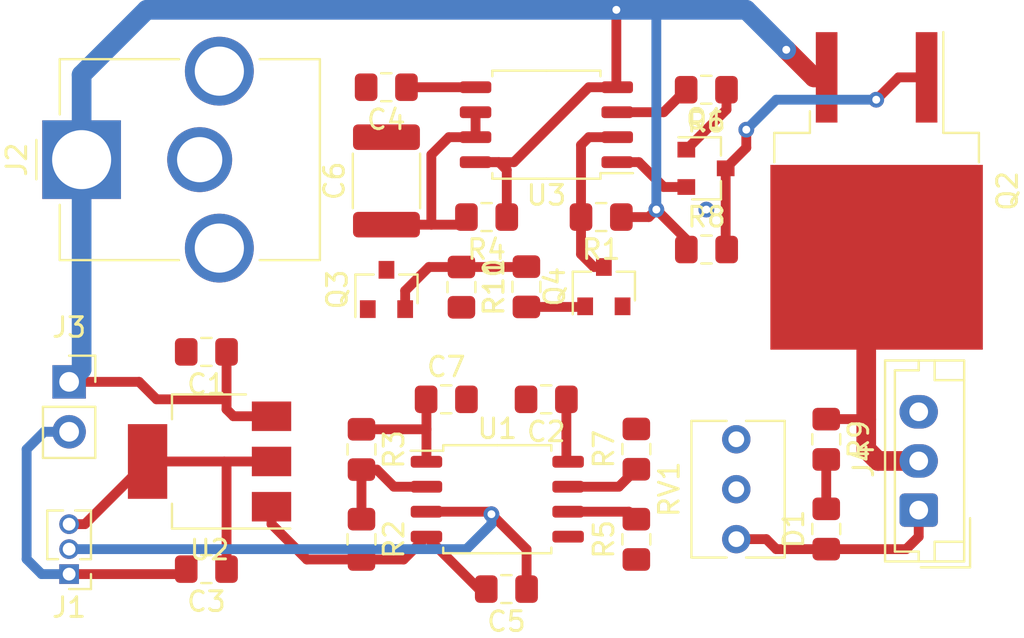
<source format=kicad_pcb>
(kicad_pcb (version 20171130) (host pcbnew "(5.1.6-0-10_14)")

  (general
    (thickness 1.6)
    (drawings 0)
    (tracks 132)
    (zones 0)
    (modules 31)
    (nets 21)
  )

  (page A4)
  (layers
    (0 F.Cu signal)
    (31 B.Cu signal)
    (32 B.Adhes user)
    (33 F.Adhes user)
    (34 B.Paste user)
    (35 F.Paste user)
    (36 B.SilkS user)
    (37 F.SilkS user)
    (38 B.Mask user)
    (39 F.Mask user)
    (40 Dwgs.User user)
    (41 Cmts.User user)
    (42 Eco1.User user)
    (43 Eco2.User user)
    (44 Edge.Cuts user)
    (45 Margin user)
    (46 B.CrtYd user)
    (47 F.CrtYd user)
    (48 B.Fab user)
    (49 F.Fab user)
  )

  (setup
    (last_trace_width 0.5)
    (user_trace_width 0.25)
    (user_trace_width 0.5)
    (user_trace_width 1)
    (user_trace_width 2)
    (trace_clearance 0.2)
    (zone_clearance 0.508)
    (zone_45_only no)
    (trace_min 0.2)
    (via_size 0.8)
    (via_drill 0.4)
    (via_min_size 0.4)
    (via_min_drill 0.3)
    (uvia_size 0.3)
    (uvia_drill 0.1)
    (uvias_allowed no)
    (uvia_min_size 0.2)
    (uvia_min_drill 0.1)
    (edge_width 0.05)
    (segment_width 0.2)
    (pcb_text_width 0.3)
    (pcb_text_size 1.5 1.5)
    (mod_edge_width 0.12)
    (mod_text_size 1 1)
    (mod_text_width 0.15)
    (pad_size 0.9 0.8)
    (pad_drill 0)
    (pad_to_mask_clearance 0.05)
    (aux_axis_origin 0 0)
    (visible_elements FFFFFF7F)
    (pcbplotparams
      (layerselection 0x010fc_ffffffff)
      (usegerberextensions false)
      (usegerberattributes true)
      (usegerberadvancedattributes true)
      (creategerberjobfile true)
      (excludeedgelayer true)
      (linewidth 0.100000)
      (plotframeref false)
      (viasonmask false)
      (mode 1)
      (useauxorigin false)
      (hpglpennumber 1)
      (hpglpenspeed 20)
      (hpglpendiameter 15.000000)
      (psnegative false)
      (psa4output false)
      (plotreference true)
      (plotvalue true)
      (plotinvisibletext false)
      (padsonsilk false)
      (subtractmaskfromsilk false)
      (outputformat 1)
      (mirror false)
      (drillshape 1)
      (scaleselection 1)
      (outputdirectory ""))
  )

  (net 0 "")
  (net 1 GND)
  (net 2 +12V)
  (net 3 +5V)
  (net 4 "Net-(C4-Pad1)")
  (net 5 /TMP_IN)
  (net 6 "Net-(C6-Pad1)")
  (net 7 "Net-(C7-Pad1)")
  (net 8 "Net-(D1-Pad2)")
  (net 9 "Net-(J4-Pad3)")
  (net 10 "Net-(Q1-Pad3)")
  (net 11 "Net-(Q1-Pad1)")
  (net 12 "Net-(Q3-Pad2)")
  (net 13 "Net-(Q3-Pad1)")
  (net 14 Trigger)
  (net 15 "Net-(Q4-Pad1)")
  (net 16 "Net-(R2-Pad1)")
  (net 17 "Net-(R5-Pad2)")
  (net 18 "Net-(R6-Pad2)")
  (net 19 "Net-(RV1-Pad2)")
  (net 20 "Net-(J4-Pad2)")

  (net_class Default "This is the default net class."
    (clearance 0.2)
    (trace_width 0.25)
    (via_dia 0.8)
    (via_drill 0.4)
    (uvia_dia 0.3)
    (uvia_drill 0.1)
    (add_net +12V)
    (add_net +5V)
    (add_net /TMP_IN)
    (add_net GND)
    (add_net "Net-(C4-Pad1)")
    (add_net "Net-(C6-Pad1)")
    (add_net "Net-(C7-Pad1)")
    (add_net "Net-(D1-Pad2)")
    (add_net "Net-(J4-Pad2)")
    (add_net "Net-(J4-Pad3)")
    (add_net "Net-(Q1-Pad1)")
    (add_net "Net-(Q1-Pad3)")
    (add_net "Net-(Q3-Pad1)")
    (add_net "Net-(Q3-Pad2)")
    (add_net "Net-(Q4-Pad1)")
    (add_net "Net-(R2-Pad1)")
    (add_net "Net-(R5-Pad2)")
    (add_net "Net-(R6-Pad2)")
    (add_net "Net-(RV1-Pad2)")
    (add_net Trigger)
  )

  (module Package_SO:SOIC-8_5.275x5.275mm_P1.27mm (layer F.Cu) (tedit 5D9F72B1) (tstamp 5EE18260)
    (at 38.1 17.018 180)
    (descr "SOIC, 8 Pin (http://ww1.microchip.com/downloads/en/DeviceDoc/20005045C.pdf#page=23), generated with kicad-footprint-generator ipc_gullwing_generator.py")
    (tags "SOIC SO")
    (path /5EE81F54)
    (attr smd)
    (fp_text reference U3 (at 0 -3.59) (layer F.SilkS)
      (effects (font (size 1 1) (thickness 0.15)))
    )
    (fp_text value NE555P (at 0 3.59) (layer F.Fab)
      (effects (font (size 1 1) (thickness 0.15)))
    )
    (fp_line (start 0 2.7475) (end 2.7475 2.7475) (layer F.SilkS) (width 0.12))
    (fp_line (start 2.7475 2.7475) (end 2.7475 2.465) (layer F.SilkS) (width 0.12))
    (fp_line (start 0 2.7475) (end -2.7475 2.7475) (layer F.SilkS) (width 0.12))
    (fp_line (start -2.7475 2.7475) (end -2.7475 2.465) (layer F.SilkS) (width 0.12))
    (fp_line (start 0 -2.7475) (end 2.7475 -2.7475) (layer F.SilkS) (width 0.12))
    (fp_line (start 2.7475 -2.7475) (end 2.7475 -2.465) (layer F.SilkS) (width 0.12))
    (fp_line (start 0 -2.7475) (end -2.7475 -2.7475) (layer F.SilkS) (width 0.12))
    (fp_line (start -2.7475 -2.7475) (end -2.7475 -2.465) (layer F.SilkS) (width 0.12))
    (fp_line (start -2.7475 -2.465) (end -4.4 -2.465) (layer F.SilkS) (width 0.12))
    (fp_line (start -1.6375 -2.6375) (end 2.6375 -2.6375) (layer F.Fab) (width 0.1))
    (fp_line (start 2.6375 -2.6375) (end 2.6375 2.6375) (layer F.Fab) (width 0.1))
    (fp_line (start 2.6375 2.6375) (end -2.6375 2.6375) (layer F.Fab) (width 0.1))
    (fp_line (start -2.6375 2.6375) (end -2.6375 -1.6375) (layer F.Fab) (width 0.1))
    (fp_line (start -2.6375 -1.6375) (end -1.6375 -2.6375) (layer F.Fab) (width 0.1))
    (fp_line (start -4.65 -2.89) (end -4.65 2.89) (layer F.CrtYd) (width 0.05))
    (fp_line (start -4.65 2.89) (end 4.65 2.89) (layer F.CrtYd) (width 0.05))
    (fp_line (start 4.65 2.89) (end 4.65 -2.89) (layer F.CrtYd) (width 0.05))
    (fp_line (start 4.65 -2.89) (end -4.65 -2.89) (layer F.CrtYd) (width 0.05))
    (fp_text user %R (at 0 0) (layer F.Fab)
      (effects (font (size 1 1) (thickness 0.15)))
    )
    (pad 8 smd roundrect (at 3.6 -1.905 180) (size 1.6 0.6) (layers F.Cu F.Paste F.Mask) (roundrect_rratio 0.25)
      (net 2 +12V))
    (pad 7 smd roundrect (at 3.6 -0.635 180) (size 1.6 0.6) (layers F.Cu F.Paste F.Mask) (roundrect_rratio 0.25)
      (net 6 "Net-(C6-Pad1)"))
    (pad 6 smd roundrect (at 3.6 0.635 180) (size 1.6 0.6) (layers F.Cu F.Paste F.Mask) (roundrect_rratio 0.25)
      (net 6 "Net-(C6-Pad1)"))
    (pad 5 smd roundrect (at 3.6 1.905 180) (size 1.6 0.6) (layers F.Cu F.Paste F.Mask) (roundrect_rratio 0.25)
      (net 4 "Net-(C4-Pad1)"))
    (pad 4 smd roundrect (at -3.6 1.905 180) (size 1.6 0.6) (layers F.Cu F.Paste F.Mask) (roundrect_rratio 0.25)
      (net 2 +12V))
    (pad 3 smd roundrect (at -3.6 0.635 180) (size 1.6 0.6) (layers F.Cu F.Paste F.Mask) (roundrect_rratio 0.25)
      (net 18 "Net-(R6-Pad2)"))
    (pad 2 smd roundrect (at -3.6 -0.635 180) (size 1.6 0.6) (layers F.Cu F.Paste F.Mask) (roundrect_rratio 0.25)
      (net 14 Trigger))
    (pad 1 smd roundrect (at -3.6 -1.905 180) (size 1.6 0.6) (layers F.Cu F.Paste F.Mask) (roundrect_rratio 0.25)
      (net 1 GND))
    (model ${KISYS3DMOD}/Package_SO.3dshapes/SOIC-8_5.275x5.275mm_P1.27mm.wrl
      (at (xyz 0 0 0))
      (scale (xyz 1 1 1))
      (rotate (xyz 0 0 0))
    )
  )

  (module Package_SO:SOIC-8_5.275x5.275mm_P1.27mm (layer F.Cu) (tedit 5D9F72B1) (tstamp 5EE17CF3)
    (at 35.604 36.068)
    (descr "SOIC, 8 Pin (http://ww1.microchip.com/downloads/en/DeviceDoc/20005045C.pdf#page=23), generated with kicad-footprint-generator ipc_gullwing_generator.py")
    (tags "SOIC SO")
    (path /5EE1D336)
    (attr smd)
    (fp_text reference U1 (at 0 -3.59) (layer F.SilkS)
      (effects (font (size 1 1) (thickness 0.15)))
    )
    (fp_text value MCP602 (at 0 3.59) (layer F.Fab)
      (effects (font (size 1 1) (thickness 0.15)))
    )
    (fp_text user %R (at 0 0) (layer F.Fab)
      (effects (font (size 1 1) (thickness 0.15)))
    )
    (fp_line (start 4.65 -2.89) (end -4.65 -2.89) (layer F.CrtYd) (width 0.05))
    (fp_line (start 4.65 2.89) (end 4.65 -2.89) (layer F.CrtYd) (width 0.05))
    (fp_line (start -4.65 2.89) (end 4.65 2.89) (layer F.CrtYd) (width 0.05))
    (fp_line (start -4.65 -2.89) (end -4.65 2.89) (layer F.CrtYd) (width 0.05))
    (fp_line (start -2.6375 -1.6375) (end -1.6375 -2.6375) (layer F.Fab) (width 0.1))
    (fp_line (start -2.6375 2.6375) (end -2.6375 -1.6375) (layer F.Fab) (width 0.1))
    (fp_line (start 2.6375 2.6375) (end -2.6375 2.6375) (layer F.Fab) (width 0.1))
    (fp_line (start 2.6375 -2.6375) (end 2.6375 2.6375) (layer F.Fab) (width 0.1))
    (fp_line (start -1.6375 -2.6375) (end 2.6375 -2.6375) (layer F.Fab) (width 0.1))
    (fp_line (start -2.7475 -2.465) (end -4.4 -2.465) (layer F.SilkS) (width 0.12))
    (fp_line (start -2.7475 -2.7475) (end -2.7475 -2.465) (layer F.SilkS) (width 0.12))
    (fp_line (start 0 -2.7475) (end -2.7475 -2.7475) (layer F.SilkS) (width 0.12))
    (fp_line (start 2.7475 -2.7475) (end 2.7475 -2.465) (layer F.SilkS) (width 0.12))
    (fp_line (start 0 -2.7475) (end 2.7475 -2.7475) (layer F.SilkS) (width 0.12))
    (fp_line (start -2.7475 2.7475) (end -2.7475 2.465) (layer F.SilkS) (width 0.12))
    (fp_line (start 0 2.7475) (end -2.7475 2.7475) (layer F.SilkS) (width 0.12))
    (fp_line (start 2.7475 2.7475) (end 2.7475 2.465) (layer F.SilkS) (width 0.12))
    (fp_line (start 0 2.7475) (end 2.7475 2.7475) (layer F.SilkS) (width 0.12))
    (pad 1 smd roundrect (at -3.6 -1.905) (size 1.6 0.6) (layers F.Cu F.Paste F.Mask) (roundrect_rratio 0.25)
      (net 7 "Net-(C7-Pad1)"))
    (pad 2 smd roundrect (at -3.6 -0.635) (size 1.6 0.6) (layers F.Cu F.Paste F.Mask) (roundrect_rratio 0.25)
      (net 16 "Net-(R2-Pad1)"))
    (pad 3 smd roundrect (at -3.6 0.635) (size 1.6 0.6) (layers F.Cu F.Paste F.Mask) (roundrect_rratio 0.25)
      (net 5 /TMP_IN))
    (pad 4 smd roundrect (at -3.6 1.905) (size 1.6 0.6) (layers F.Cu F.Paste F.Mask) (roundrect_rratio 0.25)
      (net 1 GND))
    (pad 5 smd roundrect (at 3.6 1.905) (size 1.6 0.6) (layers F.Cu F.Paste F.Mask) (roundrect_rratio 0.25)
      (net 19 "Net-(RV1-Pad2)"))
    (pad 6 smd roundrect (at 3.6 0.635) (size 1.6 0.6) (layers F.Cu F.Paste F.Mask) (roundrect_rratio 0.25)
      (net 17 "Net-(R5-Pad2)"))
    (pad 7 smd roundrect (at 3.6 -0.635) (size 1.6 0.6) (layers F.Cu F.Paste F.Mask) (roundrect_rratio 0.25)
      (net 13 "Net-(Q3-Pad1)"))
    (pad 8 smd roundrect (at 3.6 -1.905) (size 1.6 0.6) (layers F.Cu F.Paste F.Mask) (roundrect_rratio 0.25)
      (net 3 +5V))
    (model ${KISYS3DMOD}/Package_SO.3dshapes/SOIC-8_5.275x5.275mm_P1.27mm.wrl
      (at (xyz 0 0 0))
      (scale (xyz 1 1 1))
      (rotate (xyz 0 0 0))
    )
  )

  (module Connector_JST:JST_EH_B3B-EH-A_1x03_P2.50mm_Vertical (layer F.Cu) (tedit 5C28142C) (tstamp 5EE7E3B0)
    (at 57.023 36.623 90)
    (descr "JST EH series connector, B3B-EH-A (http://www.jst-mfg.com/product/pdf/eng/eEH.pdf), generated with kicad-footprint-generator")
    (tags "connector JST EH vertical")
    (path /5EF2D23F)
    (fp_text reference J4 (at 2.5 -2.8 90) (layer F.SilkS)
      (effects (font (size 1 1) (thickness 0.15)))
    )
    (fp_text value FAN_Out (at 2.5 3.4 90) (layer F.Fab)
      (effects (font (size 1 1) (thickness 0.15)))
    )
    (fp_line (start -2.91 2.61) (end -0.41 2.61) (layer F.Fab) (width 0.1))
    (fp_line (start -2.91 0.11) (end -2.91 2.61) (layer F.Fab) (width 0.1))
    (fp_line (start -2.91 2.61) (end -0.41 2.61) (layer F.SilkS) (width 0.12))
    (fp_line (start -2.91 0.11) (end -2.91 2.61) (layer F.SilkS) (width 0.12))
    (fp_line (start 6.61 0.81) (end 6.61 2.31) (layer F.SilkS) (width 0.12))
    (fp_line (start 7.61 0.81) (end 6.61 0.81) (layer F.SilkS) (width 0.12))
    (fp_line (start -1.61 0.81) (end -1.61 2.31) (layer F.SilkS) (width 0.12))
    (fp_line (start -2.61 0.81) (end -1.61 0.81) (layer F.SilkS) (width 0.12))
    (fp_line (start 7.11 0) (end 7.61 0) (layer F.SilkS) (width 0.12))
    (fp_line (start 7.11 -1.21) (end 7.11 0) (layer F.SilkS) (width 0.12))
    (fp_line (start -2.11 -1.21) (end 7.11 -1.21) (layer F.SilkS) (width 0.12))
    (fp_line (start -2.11 0) (end -2.11 -1.21) (layer F.SilkS) (width 0.12))
    (fp_line (start -2.61 0) (end -2.11 0) (layer F.SilkS) (width 0.12))
    (fp_line (start 7.61 -1.71) (end -2.61 -1.71) (layer F.SilkS) (width 0.12))
    (fp_line (start 7.61 2.31) (end 7.61 -1.71) (layer F.SilkS) (width 0.12))
    (fp_line (start -2.61 2.31) (end 7.61 2.31) (layer F.SilkS) (width 0.12))
    (fp_line (start -2.61 -1.71) (end -2.61 2.31) (layer F.SilkS) (width 0.12))
    (fp_line (start 8 -2.1) (end -3 -2.1) (layer F.CrtYd) (width 0.05))
    (fp_line (start 8 2.7) (end 8 -2.1) (layer F.CrtYd) (width 0.05))
    (fp_line (start -3 2.7) (end 8 2.7) (layer F.CrtYd) (width 0.05))
    (fp_line (start -3 -2.1) (end -3 2.7) (layer F.CrtYd) (width 0.05))
    (fp_line (start 7.5 -1.6) (end -2.5 -1.6) (layer F.Fab) (width 0.1))
    (fp_line (start 7.5 2.2) (end 7.5 -1.6) (layer F.Fab) (width 0.1))
    (fp_line (start -2.5 2.2) (end 7.5 2.2) (layer F.Fab) (width 0.1))
    (fp_line (start -2.5 -1.6) (end -2.5 2.2) (layer F.Fab) (width 0.1))
    (fp_text user %R (at 2.5 1.5 90) (layer F.Fab)
      (effects (font (size 1 1) (thickness 0.15)))
    )
    (pad 3 thru_hole oval (at 5 0 90) (size 1.7 1.95) (drill 0.95) (layers *.Cu *.Mask)
      (net 9 "Net-(J4-Pad3)"))
    (pad 2 thru_hole oval (at 2.5 0 90) (size 1.7 1.95) (drill 0.95) (layers *.Cu *.Mask)
      (net 20 "Net-(J4-Pad2)"))
    (pad 1 thru_hole roundrect (at 0 0 90) (size 1.7 1.95) (drill 0.95) (layers *.Cu *.Mask) (roundrect_rratio 0.147059)
      (net 1 GND))
    (model ${KISYS3DMOD}/Connector_JST.3dshapes/JST_EH_B3B-EH-A_1x03_P2.50mm_Vertical.wrl
      (at (xyz 0 0 0))
      (scale (xyz 1 1 1))
      (rotate (xyz 0 0 0))
    )
  )

  (module Connector_PinSocket_2.54mm:PinSocket_1x02_P2.54mm_Vertical (layer F.Cu) (tedit 5A19A420) (tstamp 5EE7A40F)
    (at 13.843 30.099)
    (descr "Through hole straight socket strip, 1x02, 2.54mm pitch, single row (from Kicad 4.0.7), script generated")
    (tags "Through hole socket strip THT 1x02 2.54mm single row")
    (path /5EEF9B60)
    (fp_text reference J3 (at 0 -2.77) (layer F.SilkS)
      (effects (font (size 1 1) (thickness 0.15)))
    )
    (fp_text value 12V_In (at 0 5.31) (layer F.Fab)
      (effects (font (size 1 1) (thickness 0.15)))
    )
    (fp_line (start -1.8 4.3) (end -1.8 -1.8) (layer F.CrtYd) (width 0.05))
    (fp_line (start 1.75 4.3) (end -1.8 4.3) (layer F.CrtYd) (width 0.05))
    (fp_line (start 1.75 -1.8) (end 1.75 4.3) (layer F.CrtYd) (width 0.05))
    (fp_line (start -1.8 -1.8) (end 1.75 -1.8) (layer F.CrtYd) (width 0.05))
    (fp_line (start 0 -1.33) (end 1.33 -1.33) (layer F.SilkS) (width 0.12))
    (fp_line (start 1.33 -1.33) (end 1.33 0) (layer F.SilkS) (width 0.12))
    (fp_line (start 1.33 1.27) (end 1.33 3.87) (layer F.SilkS) (width 0.12))
    (fp_line (start -1.33 3.87) (end 1.33 3.87) (layer F.SilkS) (width 0.12))
    (fp_line (start -1.33 1.27) (end -1.33 3.87) (layer F.SilkS) (width 0.12))
    (fp_line (start -1.33 1.27) (end 1.33 1.27) (layer F.SilkS) (width 0.12))
    (fp_line (start -1.27 3.81) (end -1.27 -1.27) (layer F.Fab) (width 0.1))
    (fp_line (start 1.27 3.81) (end -1.27 3.81) (layer F.Fab) (width 0.1))
    (fp_line (start 1.27 -0.635) (end 1.27 3.81) (layer F.Fab) (width 0.1))
    (fp_line (start 0.635 -1.27) (end 1.27 -0.635) (layer F.Fab) (width 0.1))
    (fp_line (start -1.27 -1.27) (end 0.635 -1.27) (layer F.Fab) (width 0.1))
    (fp_text user %R (at 0 1.27 90) (layer F.Fab)
      (effects (font (size 1 1) (thickness 0.15)))
    )
    (pad 2 thru_hole oval (at 0 2.54) (size 1.7 1.7) (drill 1) (layers *.Cu *.Mask)
      (net 1 GND))
    (pad 1 thru_hole rect (at 0 0) (size 1.7 1.7) (drill 1) (layers *.Cu *.Mask)
      (net 2 +12V))
    (model ${KISYS3DMOD}/Connector_PinSocket_2.54mm.3dshapes/PinSocket_1x02_P2.54mm_Vertical.wrl
      (at (xyz 0 0 0))
      (scale (xyz 1 1 1))
      (rotate (xyz 0 0 0))
    )
  )

  (module Connector_PinHeader_1.27mm:PinHeader_1x03_P1.27mm_Vertical (layer F.Cu) (tedit 59FED6E3) (tstamp 5EE7D794)
    (at 13.843 39.878 180)
    (descr "Through hole straight pin header, 1x03, 1.27mm pitch, single row")
    (tags "Through hole pin header THT 1x03 1.27mm single row")
    (path /5EEE3110)
    (fp_text reference J1 (at 0 -1.695) (layer F.SilkS)
      (effects (font (size 1 1) (thickness 0.15)))
    )
    (fp_text value TEMP_In (at 0 4.235) (layer F.Fab)
      (effects (font (size 1 1) (thickness 0.15)))
    )
    (fp_line (start 1.55 -1.15) (end -1.55 -1.15) (layer F.CrtYd) (width 0.05))
    (fp_line (start 1.55 3.7) (end 1.55 -1.15) (layer F.CrtYd) (width 0.05))
    (fp_line (start -1.55 3.7) (end 1.55 3.7) (layer F.CrtYd) (width 0.05))
    (fp_line (start -1.55 -1.15) (end -1.55 3.7) (layer F.CrtYd) (width 0.05))
    (fp_line (start -1.11 -0.76) (end 0 -0.76) (layer F.SilkS) (width 0.12))
    (fp_line (start -1.11 0) (end -1.11 -0.76) (layer F.SilkS) (width 0.12))
    (fp_line (start 0.563471 0.76) (end 1.11 0.76) (layer F.SilkS) (width 0.12))
    (fp_line (start -1.11 0.76) (end -0.563471 0.76) (layer F.SilkS) (width 0.12))
    (fp_line (start 1.11 0.76) (end 1.11 3.235) (layer F.SilkS) (width 0.12))
    (fp_line (start -1.11 0.76) (end -1.11 3.235) (layer F.SilkS) (width 0.12))
    (fp_line (start 0.30753 3.235) (end 1.11 3.235) (layer F.SilkS) (width 0.12))
    (fp_line (start -1.11 3.235) (end -0.30753 3.235) (layer F.SilkS) (width 0.12))
    (fp_line (start -1.05 -0.11) (end -0.525 -0.635) (layer F.Fab) (width 0.1))
    (fp_line (start -1.05 3.175) (end -1.05 -0.11) (layer F.Fab) (width 0.1))
    (fp_line (start 1.05 3.175) (end -1.05 3.175) (layer F.Fab) (width 0.1))
    (fp_line (start 1.05 -0.635) (end 1.05 3.175) (layer F.Fab) (width 0.1))
    (fp_line (start -0.525 -0.635) (end 1.05 -0.635) (layer F.Fab) (width 0.1))
    (fp_text user %R (at 0 1.27 90) (layer F.Fab)
      (effects (font (size 1 1) (thickness 0.15)))
    )
    (pad 3 thru_hole oval (at 0 2.54 180) (size 1 1) (drill 0.65) (layers *.Cu *.Mask)
      (net 3 +5V))
    (pad 2 thru_hole oval (at 0 1.27 180) (size 1 1) (drill 0.65) (layers *.Cu *.Mask)
      (net 5 /TMP_IN))
    (pad 1 thru_hole rect (at 0 0 180) (size 1 1) (drill 0.65) (layers *.Cu *.Mask)
      (net 1 GND))
    (model ${KISYS3DMOD}/Connector_PinHeader_1.27mm.3dshapes/PinHeader_1x03_P1.27mm_Vertical.wrl
      (at (xyz 0 0 0))
      (scale (xyz 1 1 1))
      (rotate (xyz 0 0 0))
    )
  )

  (module Potentiometer_THT:Potentiometer_Bourns_3266Y_Vertical (layer F.Cu) (tedit 5A3D4994) (tstamp 5EE7DAD3)
    (at 47.752 33.02 90)
    (descr "Potentiometer, vertical, Bourns 3266Y, https://www.bourns.com/docs/Product-Datasheets/3266.pdf")
    (tags "Potentiometer vertical Bourns 3266Y")
    (path /5EE47DF6)
    (fp_text reference RV1 (at -2.54 -3.41 90) (layer F.SilkS)
      (effects (font (size 1 1) (thickness 0.15)))
    )
    (fp_text value 10k (at -2.54 3.59 90) (layer F.Fab)
      (effects (font (size 1 1) (thickness 0.15)))
    )
    (fp_circle (center -0.405 1.07) (end 0.485 1.07) (layer F.Fab) (width 0.1))
    (fp_line (start -5.895 -2.16) (end -5.895 2.34) (layer F.Fab) (width 0.1))
    (fp_line (start -5.895 2.34) (end 0.815 2.34) (layer F.Fab) (width 0.1))
    (fp_line (start 0.815 2.34) (end 0.815 -2.16) (layer F.Fab) (width 0.1))
    (fp_line (start 0.815 -2.16) (end -5.895 -2.16) (layer F.Fab) (width 0.1))
    (fp_line (start -0.405 1.952) (end -0.404 0.189) (layer F.Fab) (width 0.1))
    (fp_line (start -0.405 1.952) (end -0.404 0.189) (layer F.Fab) (width 0.1))
    (fp_line (start -6.015 -2.28) (end 0.935 -2.28) (layer F.SilkS) (width 0.12))
    (fp_line (start -6.015 2.46) (end 0.935 2.46) (layer F.SilkS) (width 0.12))
    (fp_line (start -6.015 -2.28) (end -6.015 -0.494) (layer F.SilkS) (width 0.12))
    (fp_line (start -6.015 0.496) (end -6.015 2.46) (layer F.SilkS) (width 0.12))
    (fp_line (start 0.935 -2.28) (end 0.935 -0.494) (layer F.SilkS) (width 0.12))
    (fp_line (start 0.935 0.496) (end 0.935 2.46) (layer F.SilkS) (width 0.12))
    (fp_line (start -6.15 -2.45) (end -6.15 2.6) (layer F.CrtYd) (width 0.05))
    (fp_line (start -6.15 2.6) (end 1.1 2.6) (layer F.CrtYd) (width 0.05))
    (fp_line (start 1.1 2.6) (end 1.1 -2.45) (layer F.CrtYd) (width 0.05))
    (fp_line (start 1.1 -2.45) (end -6.15 -2.45) (layer F.CrtYd) (width 0.05))
    (fp_text user %R (at -3.15 0.09 90) (layer F.Fab)
      (effects (font (size 0.92 0.92) (thickness 0.15)))
    )
    (pad 3 thru_hole circle (at -5.08 0 90) (size 1.44 1.44) (drill 0.8) (layers *.Cu *.Mask)
      (net 1 GND))
    (pad 2 thru_hole circle (at -2.54 0 90) (size 1.44 1.44) (drill 0.8) (layers *.Cu *.Mask)
      (net 19 "Net-(RV1-Pad2)"))
    (pad 1 thru_hole circle (at 0 0 90) (size 1.44 1.44) (drill 0.8) (layers *.Cu *.Mask)
      (net 3 +5V))
    (model ${KISYS3DMOD}/Potentiometer_THT.3dshapes/Potentiometer_Bourns_3266Y_Vertical.wrl
      (at (xyz 0 0 0))
      (scale (xyz 1 1 1))
      (rotate (xyz 0 0 0))
    )
  )

  (module Package_TO_SOT_SMD:SOT-223-3_TabPin2 (layer F.Cu) (tedit 5A02FF57) (tstamp 5EE7F1D0)
    (at 20.98 34.149 180)
    (descr "module CMS SOT223 4 pins")
    (tags "CMS SOT")
    (path /5EE1376A)
    (attr smd)
    (fp_text reference U2 (at 0 -4.5) (layer F.SilkS)
      (effects (font (size 1 1) (thickness 0.15)))
    )
    (fp_text value AMS1117-5.0 (at 0 4.5) (layer F.Fab)
      (effects (font (size 1 1) (thickness 0.15)))
    )
    (fp_text user %R (at 0 0 90) (layer F.Fab)
      (effects (font (size 0.8 0.8) (thickness 0.12)))
    )
    (fp_line (start 1.85 -3.35) (end 1.85 3.35) (layer F.Fab) (width 0.1))
    (fp_line (start -1.85 3.35) (end 1.85 3.35) (layer F.Fab) (width 0.1))
    (fp_line (start -4.1 -3.41) (end 1.91 -3.41) (layer F.SilkS) (width 0.12))
    (fp_line (start -0.85 -3.35) (end 1.85 -3.35) (layer F.Fab) (width 0.1))
    (fp_line (start -1.85 3.41) (end 1.91 3.41) (layer F.SilkS) (width 0.12))
    (fp_line (start -1.85 -2.35) (end -1.85 3.35) (layer F.Fab) (width 0.1))
    (fp_line (start -1.85 -2.35) (end -0.85 -3.35) (layer F.Fab) (width 0.1))
    (fp_line (start -4.4 -3.6) (end -4.4 3.6) (layer F.CrtYd) (width 0.05))
    (fp_line (start -4.4 3.6) (end 4.4 3.6) (layer F.CrtYd) (width 0.05))
    (fp_line (start 4.4 3.6) (end 4.4 -3.6) (layer F.CrtYd) (width 0.05))
    (fp_line (start 4.4 -3.6) (end -4.4 -3.6) (layer F.CrtYd) (width 0.05))
    (fp_line (start 1.91 -3.41) (end 1.91 -2.15) (layer F.SilkS) (width 0.12))
    (fp_line (start 1.91 3.41) (end 1.91 2.15) (layer F.SilkS) (width 0.12))
    (pad 2 smd rect (at 3.15 0 180) (size 2 3.8) (layers F.Cu F.Paste F.Mask)
      (net 3 +5V))
    (pad 2 smd rect (at -3.15 0 180) (size 2 1.5) (layers F.Cu F.Paste F.Mask)
      (net 3 +5V))
    (pad 3 smd rect (at -3.15 2.3 180) (size 2 1.5) (layers F.Cu F.Paste F.Mask)
      (net 2 +12V))
    (pad 1 smd rect (at -3.15 -2.3 180) (size 2 1.5) (layers F.Cu F.Paste F.Mask)
      (net 1 GND))
    (model ${KISYS3DMOD}/Package_TO_SOT_SMD.3dshapes/SOT-223.wrl
      (at (xyz 0 0 0))
      (scale (xyz 1 1 1))
      (rotate (xyz 0 0 0))
    )
  )

  (module Resistor_SMD:R_0805_2012Metric_Pad1.15x1.40mm_HandSolder (layer F.Cu) (tedit 5B36C52B) (tstamp 5EE17CC8)
    (at 37.084 25.264 90)
    (descr "Resistor SMD 0805 (2012 Metric), square (rectangular) end terminal, IPC_7351 nominal with elongated pad for handsoldering. (Body size source: https://docs.google.com/spreadsheets/d/1BsfQQcO9C6DZCsRaXUlFlo91Tg2WpOkGARC1WS5S8t0/edit?usp=sharing), generated with kicad-footprint-generator")
    (tags "resistor handsolder")
    (path /5EE59C68)
    (attr smd)
    (fp_text reference R11 (at 0 -1.65 90) (layer F.SilkS)
      (effects (font (size 1 1) (thickness 0.15)))
    )
    (fp_text value 560 (at 0 1.65 90) (layer F.Fab)
      (effects (font (size 1 1) (thickness 0.15)))
    )
    (fp_line (start -1 0.6) (end -1 -0.6) (layer F.Fab) (width 0.1))
    (fp_line (start -1 -0.6) (end 1 -0.6) (layer F.Fab) (width 0.1))
    (fp_line (start 1 -0.6) (end 1 0.6) (layer F.Fab) (width 0.1))
    (fp_line (start 1 0.6) (end -1 0.6) (layer F.Fab) (width 0.1))
    (fp_line (start -0.261252 -0.71) (end 0.261252 -0.71) (layer F.SilkS) (width 0.12))
    (fp_line (start -0.261252 0.71) (end 0.261252 0.71) (layer F.SilkS) (width 0.12))
    (fp_line (start -1.85 0.95) (end -1.85 -0.95) (layer F.CrtYd) (width 0.05))
    (fp_line (start -1.85 -0.95) (end 1.85 -0.95) (layer F.CrtYd) (width 0.05))
    (fp_line (start 1.85 -0.95) (end 1.85 0.95) (layer F.CrtYd) (width 0.05))
    (fp_line (start 1.85 0.95) (end -1.85 0.95) (layer F.CrtYd) (width 0.05))
    (fp_text user %R (at 0 0 90) (layer F.Fab)
      (effects (font (size 0.5 0.5) (thickness 0.08)))
    )
    (pad 2 smd roundrect (at 1.025 0 90) (size 1.15 1.4) (layers F.Cu F.Paste F.Mask) (roundrect_rratio 0.217391)
      (net 12 "Net-(Q3-Pad2)"))
    (pad 1 smd roundrect (at -1.025 0 90) (size 1.15 1.4) (layers F.Cu F.Paste F.Mask) (roundrect_rratio 0.217391)
      (net 15 "Net-(Q4-Pad1)"))
    (model ${KISYS3DMOD}/Resistor_SMD.3dshapes/R_0805_2012Metric.wrl
      (at (xyz 0 0 0))
      (scale (xyz 1 1 1))
      (rotate (xyz 0 0 0))
    )
  )

  (module Resistor_SMD:R_0805_2012Metric_Pad1.15x1.40mm_HandSolder (layer F.Cu) (tedit 5B36C52B) (tstamp 5EE17CB7)
    (at 33.782 25.282 270)
    (descr "Resistor SMD 0805 (2012 Metric), square (rectangular) end terminal, IPC_7351 nominal with elongated pad for handsoldering. (Body size source: https://docs.google.com/spreadsheets/d/1BsfQQcO9C6DZCsRaXUlFlo91Tg2WpOkGARC1WS5S8t0/edit?usp=sharing), generated with kicad-footprint-generator")
    (tags "resistor handsolder")
    (path /5EE57AB3)
    (attr smd)
    (fp_text reference R10 (at 0 -1.65 90) (layer F.SilkS)
      (effects (font (size 1 1) (thickness 0.15)))
    )
    (fp_text value 6.8k (at 0 1.65 90) (layer F.Fab)
      (effects (font (size 1 1) (thickness 0.15)))
    )
    (fp_line (start -1 0.6) (end -1 -0.6) (layer F.Fab) (width 0.1))
    (fp_line (start -1 -0.6) (end 1 -0.6) (layer F.Fab) (width 0.1))
    (fp_line (start 1 -0.6) (end 1 0.6) (layer F.Fab) (width 0.1))
    (fp_line (start 1 0.6) (end -1 0.6) (layer F.Fab) (width 0.1))
    (fp_line (start -0.261252 -0.71) (end 0.261252 -0.71) (layer F.SilkS) (width 0.12))
    (fp_line (start -0.261252 0.71) (end 0.261252 0.71) (layer F.SilkS) (width 0.12))
    (fp_line (start -1.85 0.95) (end -1.85 -0.95) (layer F.CrtYd) (width 0.05))
    (fp_line (start -1.85 -0.95) (end 1.85 -0.95) (layer F.CrtYd) (width 0.05))
    (fp_line (start 1.85 -0.95) (end 1.85 0.95) (layer F.CrtYd) (width 0.05))
    (fp_line (start 1.85 0.95) (end -1.85 0.95) (layer F.CrtYd) (width 0.05))
    (fp_text user %R (at 0 0 90) (layer F.Fab)
      (effects (font (size 0.5 0.5) (thickness 0.08)))
    )
    (pad 2 smd roundrect (at 1.025 0 270) (size 1.15 1.4) (layers F.Cu F.Paste F.Mask) (roundrect_rratio 0.217391)
      (net 1 GND))
    (pad 1 smd roundrect (at -1.025 0 270) (size 1.15 1.4) (layers F.Cu F.Paste F.Mask) (roundrect_rratio 0.217391)
      (net 12 "Net-(Q3-Pad2)"))
    (model ${KISYS3DMOD}/Resistor_SMD.3dshapes/R_0805_2012Metric.wrl
      (at (xyz 0 0 0))
      (scale (xyz 1 1 1))
      (rotate (xyz 0 0 0))
    )
  )

  (module Resistor_SMD:R_0805_2012Metric_Pad1.15x1.40mm_HandSolder (layer F.Cu) (tedit 5B36C52B) (tstamp 5EE7E370)
    (at 52.324 33.02 270)
    (descr "Resistor SMD 0805 (2012 Metric), square (rectangular) end terminal, IPC_7351 nominal with elongated pad for handsoldering. (Body size source: https://docs.google.com/spreadsheets/d/1BsfQQcO9C6DZCsRaXUlFlo91Tg2WpOkGARC1WS5S8t0/edit?usp=sharing), generated with kicad-footprint-generator")
    (tags "resistor handsolder")
    (path /5EE89D31)
    (attr smd)
    (fp_text reference R9 (at 0 -1.65 90) (layer F.SilkS)
      (effects (font (size 1 1) (thickness 0.15)))
    )
    (fp_text value 27k (at 0 1.65 90) (layer F.Fab)
      (effects (font (size 1 1) (thickness 0.15)))
    )
    (fp_text user %R (at 0 0 90) (layer F.Fab)
      (effects (font (size 0.5 0.5) (thickness 0.08)))
    )
    (fp_line (start 1.85 0.95) (end -1.85 0.95) (layer F.CrtYd) (width 0.05))
    (fp_line (start 1.85 -0.95) (end 1.85 0.95) (layer F.CrtYd) (width 0.05))
    (fp_line (start -1.85 -0.95) (end 1.85 -0.95) (layer F.CrtYd) (width 0.05))
    (fp_line (start -1.85 0.95) (end -1.85 -0.95) (layer F.CrtYd) (width 0.05))
    (fp_line (start -0.261252 0.71) (end 0.261252 0.71) (layer F.SilkS) (width 0.12))
    (fp_line (start -0.261252 -0.71) (end 0.261252 -0.71) (layer F.SilkS) (width 0.12))
    (fp_line (start 1 0.6) (end -1 0.6) (layer F.Fab) (width 0.1))
    (fp_line (start 1 -0.6) (end 1 0.6) (layer F.Fab) (width 0.1))
    (fp_line (start -1 -0.6) (end 1 -0.6) (layer F.Fab) (width 0.1))
    (fp_line (start -1 0.6) (end -1 -0.6) (layer F.Fab) (width 0.1))
    (pad 1 smd roundrect (at -1.025 0 270) (size 1.15 1.4) (layers F.Cu F.Paste F.Mask) (roundrect_rratio 0.217391)
      (net 20 "Net-(J4-Pad2)"))
    (pad 2 smd roundrect (at 1.025 0 270) (size 1.15 1.4) (layers F.Cu F.Paste F.Mask) (roundrect_rratio 0.217391)
      (net 8 "Net-(D1-Pad2)"))
    (model ${KISYS3DMOD}/Resistor_SMD.3dshapes/R_0805_2012Metric.wrl
      (at (xyz 0 0 0))
      (scale (xyz 1 1 1))
      (rotate (xyz 0 0 0))
    )
  )

  (module Resistor_SMD:R_0805_2012Metric_Pad1.15x1.40mm_HandSolder (layer F.Cu) (tedit 5B36C52B) (tstamp 5EE7E400)
    (at 46.237 23.368)
    (descr "Resistor SMD 0805 (2012 Metric), square (rectangular) end terminal, IPC_7351 nominal with elongated pad for handsoldering. (Body size source: https://docs.google.com/spreadsheets/d/1BsfQQcO9C6DZCsRaXUlFlo91Tg2WpOkGARC1WS5S8t0/edit?usp=sharing), generated with kicad-footprint-generator")
    (tags "resistor handsolder")
    (path /5EE883E5)
    (attr smd)
    (fp_text reference R8 (at 0 -1.65) (layer F.SilkS)
      (effects (font (size 1 1) (thickness 0.15)))
    )
    (fp_text value 68k (at 0 1.65) (layer F.Fab)
      (effects (font (size 1 1) (thickness 0.15)))
    )
    (fp_line (start -1 0.6) (end -1 -0.6) (layer F.Fab) (width 0.1))
    (fp_line (start -1 -0.6) (end 1 -0.6) (layer F.Fab) (width 0.1))
    (fp_line (start 1 -0.6) (end 1 0.6) (layer F.Fab) (width 0.1))
    (fp_line (start 1 0.6) (end -1 0.6) (layer F.Fab) (width 0.1))
    (fp_line (start -0.261252 -0.71) (end 0.261252 -0.71) (layer F.SilkS) (width 0.12))
    (fp_line (start -0.261252 0.71) (end 0.261252 0.71) (layer F.SilkS) (width 0.12))
    (fp_line (start -1.85 0.95) (end -1.85 -0.95) (layer F.CrtYd) (width 0.05))
    (fp_line (start -1.85 -0.95) (end 1.85 -0.95) (layer F.CrtYd) (width 0.05))
    (fp_line (start 1.85 -0.95) (end 1.85 0.95) (layer F.CrtYd) (width 0.05))
    (fp_line (start 1.85 0.95) (end -1.85 0.95) (layer F.CrtYd) (width 0.05))
    (fp_text user %R (at 0 0) (layer F.Fab)
      (effects (font (size 0.5 0.5) (thickness 0.08)))
    )
    (pad 2 smd roundrect (at 1.025 0) (size 1.15 1.4) (layers F.Cu F.Paste F.Mask) (roundrect_rratio 0.217391)
      (net 10 "Net-(Q1-Pad3)"))
    (pad 1 smd roundrect (at -1.025 0) (size 1.15 1.4) (layers F.Cu F.Paste F.Mask) (roundrect_rratio 0.217391)
      (net 2 +12V))
    (model ${KISYS3DMOD}/Resistor_SMD.3dshapes/R_0805_2012Metric.wrl
      (at (xyz 0 0 0))
      (scale (xyz 1 1 1))
      (rotate (xyz 0 0 0))
    )
  )

  (module Resistor_SMD:R_0805_2012Metric_Pad1.15x1.40mm_HandSolder (layer F.Cu) (tedit 5B36C52B) (tstamp 5EE17C84)
    (at 42.672 33.519 90)
    (descr "Resistor SMD 0805 (2012 Metric), square (rectangular) end terminal, IPC_7351 nominal with elongated pad for handsoldering. (Body size source: https://docs.google.com/spreadsheets/d/1BsfQQcO9C6DZCsRaXUlFlo91Tg2WpOkGARC1WS5S8t0/edit?usp=sharing), generated with kicad-footprint-generator")
    (tags "resistor handsolder")
    (path /5EE43D41)
    (attr smd)
    (fp_text reference R7 (at 0 -1.65 90) (layer F.SilkS)
      (effects (font (size 1 1) (thickness 0.15)))
    )
    (fp_text value 2.2k (at 0 1.65 90) (layer F.Fab)
      (effects (font (size 1 1) (thickness 0.15)))
    )
    (fp_line (start -1 0.6) (end -1 -0.6) (layer F.Fab) (width 0.1))
    (fp_line (start -1 -0.6) (end 1 -0.6) (layer F.Fab) (width 0.1))
    (fp_line (start 1 -0.6) (end 1 0.6) (layer F.Fab) (width 0.1))
    (fp_line (start 1 0.6) (end -1 0.6) (layer F.Fab) (width 0.1))
    (fp_line (start -0.261252 -0.71) (end 0.261252 -0.71) (layer F.SilkS) (width 0.12))
    (fp_line (start -0.261252 0.71) (end 0.261252 0.71) (layer F.SilkS) (width 0.12))
    (fp_line (start -1.85 0.95) (end -1.85 -0.95) (layer F.CrtYd) (width 0.05))
    (fp_line (start -1.85 -0.95) (end 1.85 -0.95) (layer F.CrtYd) (width 0.05))
    (fp_line (start 1.85 -0.95) (end 1.85 0.95) (layer F.CrtYd) (width 0.05))
    (fp_line (start 1.85 0.95) (end -1.85 0.95) (layer F.CrtYd) (width 0.05))
    (fp_text user %R (at 0 0 90) (layer F.Fab)
      (effects (font (size 0.5 0.5) (thickness 0.08)))
    )
    (pad 2 smd roundrect (at 1.025 0 90) (size 1.15 1.4) (layers F.Cu F.Paste F.Mask) (roundrect_rratio 0.217391)
      (net 17 "Net-(R5-Pad2)"))
    (pad 1 smd roundrect (at -1.025 0 90) (size 1.15 1.4) (layers F.Cu F.Paste F.Mask) (roundrect_rratio 0.217391)
      (net 13 "Net-(Q3-Pad1)"))
    (model ${KISYS3DMOD}/Resistor_SMD.3dshapes/R_0805_2012Metric.wrl
      (at (xyz 0 0 0))
      (scale (xyz 1 1 1))
      (rotate (xyz 0 0 0))
    )
  )

  (module Resistor_SMD:R_0805_2012Metric_Pad1.15x1.40mm_HandSolder (layer F.Cu) (tedit 5B36C52B) (tstamp 5EE7E9FD)
    (at 46.228 15.24 180)
    (descr "Resistor SMD 0805 (2012 Metric), square (rectangular) end terminal, IPC_7351 nominal with elongated pad for handsoldering. (Body size source: https://docs.google.com/spreadsheets/d/1BsfQQcO9C6DZCsRaXUlFlo91Tg2WpOkGARC1WS5S8t0/edit?usp=sharing), generated with kicad-footprint-generator")
    (tags "resistor handsolder")
    (path /5EE88F47)
    (attr smd)
    (fp_text reference R6 (at 0 -1.65) (layer F.SilkS)
      (effects (font (size 1 1) (thickness 0.15)))
    )
    (fp_text value 2.2k (at 0 1.65) (layer F.Fab)
      (effects (font (size 1 1) (thickness 0.15)))
    )
    (fp_line (start -1 0.6) (end -1 -0.6) (layer F.Fab) (width 0.1))
    (fp_line (start -1 -0.6) (end 1 -0.6) (layer F.Fab) (width 0.1))
    (fp_line (start 1 -0.6) (end 1 0.6) (layer F.Fab) (width 0.1))
    (fp_line (start 1 0.6) (end -1 0.6) (layer F.Fab) (width 0.1))
    (fp_line (start -0.261252 -0.71) (end 0.261252 -0.71) (layer F.SilkS) (width 0.12))
    (fp_line (start -0.261252 0.71) (end 0.261252 0.71) (layer F.SilkS) (width 0.12))
    (fp_line (start -1.85 0.95) (end -1.85 -0.95) (layer F.CrtYd) (width 0.05))
    (fp_line (start -1.85 -0.95) (end 1.85 -0.95) (layer F.CrtYd) (width 0.05))
    (fp_line (start 1.85 -0.95) (end 1.85 0.95) (layer F.CrtYd) (width 0.05))
    (fp_line (start 1.85 0.95) (end -1.85 0.95) (layer F.CrtYd) (width 0.05))
    (fp_text user %R (at 0 0) (layer F.Fab)
      (effects (font (size 0.5 0.5) (thickness 0.08)))
    )
    (pad 2 smd roundrect (at 1.025 0 180) (size 1.15 1.4) (layers F.Cu F.Paste F.Mask) (roundrect_rratio 0.217391)
      (net 18 "Net-(R6-Pad2)"))
    (pad 1 smd roundrect (at -1.025 0 180) (size 1.15 1.4) (layers F.Cu F.Paste F.Mask) (roundrect_rratio 0.217391)
      (net 11 "Net-(Q1-Pad1)"))
    (model ${KISYS3DMOD}/Resistor_SMD.3dshapes/R_0805_2012Metric.wrl
      (at (xyz 0 0 0))
      (scale (xyz 1 1 1))
      (rotate (xyz 0 0 0))
    )
  )

  (module Resistor_SMD:R_0805_2012Metric_Pad1.15x1.40mm_HandSolder (layer F.Cu) (tedit 5B36C52B) (tstamp 5EE17C62)
    (at 42.672 38.109 90)
    (descr "Resistor SMD 0805 (2012 Metric), square (rectangular) end terminal, IPC_7351 nominal with elongated pad for handsoldering. (Body size source: https://docs.google.com/spreadsheets/d/1BsfQQcO9C6DZCsRaXUlFlo91Tg2WpOkGARC1WS5S8t0/edit?usp=sharing), generated with kicad-footprint-generator")
    (tags "resistor handsolder")
    (path /5EE16E35)
    (attr smd)
    (fp_text reference R5 (at 0 -1.65 90) (layer F.SilkS)
      (effects (font (size 1 1) (thickness 0.15)))
    )
    (fp_text value 2.2k (at 0 1.65 90) (layer F.Fab)
      (effects (font (size 1 1) (thickness 0.15)))
    )
    (fp_line (start -1 0.6) (end -1 -0.6) (layer F.Fab) (width 0.1))
    (fp_line (start -1 -0.6) (end 1 -0.6) (layer F.Fab) (width 0.1))
    (fp_line (start 1 -0.6) (end 1 0.6) (layer F.Fab) (width 0.1))
    (fp_line (start 1 0.6) (end -1 0.6) (layer F.Fab) (width 0.1))
    (fp_line (start -0.261252 -0.71) (end 0.261252 -0.71) (layer F.SilkS) (width 0.12))
    (fp_line (start -0.261252 0.71) (end 0.261252 0.71) (layer F.SilkS) (width 0.12))
    (fp_line (start -1.85 0.95) (end -1.85 -0.95) (layer F.CrtYd) (width 0.05))
    (fp_line (start -1.85 -0.95) (end 1.85 -0.95) (layer F.CrtYd) (width 0.05))
    (fp_line (start 1.85 -0.95) (end 1.85 0.95) (layer F.CrtYd) (width 0.05))
    (fp_line (start 1.85 0.95) (end -1.85 0.95) (layer F.CrtYd) (width 0.05))
    (fp_text user %R (at 0 0 90) (layer F.Fab)
      (effects (font (size 0.5 0.5) (thickness 0.08)))
    )
    (pad 2 smd roundrect (at 1.025 0 90) (size 1.15 1.4) (layers F.Cu F.Paste F.Mask) (roundrect_rratio 0.217391)
      (net 17 "Net-(R5-Pad2)"))
    (pad 1 smd roundrect (at -1.025 0 90) (size 1.15 1.4) (layers F.Cu F.Paste F.Mask) (roundrect_rratio 0.217391)
      (net 7 "Net-(C7-Pad1)"))
    (model ${KISYS3DMOD}/Resistor_SMD.3dshapes/R_0805_2012Metric.wrl
      (at (xyz 0 0 0))
      (scale (xyz 1 1 1))
      (rotate (xyz 0 0 0))
    )
  )

  (module Resistor_SMD:R_0805_2012Metric_Pad1.15x1.40mm_HandSolder (layer F.Cu) (tedit 5B36C52B) (tstamp 5EE17C51)
    (at 35.061 21.717 180)
    (descr "Resistor SMD 0805 (2012 Metric), square (rectangular) end terminal, IPC_7351 nominal with elongated pad for handsoldering. (Body size source: https://docs.google.com/spreadsheets/d/1BsfQQcO9C6DZCsRaXUlFlo91Tg2WpOkGARC1WS5S8t0/edit?usp=sharing), generated with kicad-footprint-generator")
    (tags "resistor handsolder")
    (path /5EEB2686)
    (attr smd)
    (fp_text reference R4 (at 0 -1.65) (layer F.SilkS)
      (effects (font (size 1 1) (thickness 0.15)))
    )
    (fp_text value 100k (at 0 1.65) (layer F.Fab)
      (effects (font (size 1 1) (thickness 0.15)))
    )
    (fp_line (start -1 0.6) (end -1 -0.6) (layer F.Fab) (width 0.1))
    (fp_line (start -1 -0.6) (end 1 -0.6) (layer F.Fab) (width 0.1))
    (fp_line (start 1 -0.6) (end 1 0.6) (layer F.Fab) (width 0.1))
    (fp_line (start 1 0.6) (end -1 0.6) (layer F.Fab) (width 0.1))
    (fp_line (start -0.261252 -0.71) (end 0.261252 -0.71) (layer F.SilkS) (width 0.12))
    (fp_line (start -0.261252 0.71) (end 0.261252 0.71) (layer F.SilkS) (width 0.12))
    (fp_line (start -1.85 0.95) (end -1.85 -0.95) (layer F.CrtYd) (width 0.05))
    (fp_line (start -1.85 -0.95) (end 1.85 -0.95) (layer F.CrtYd) (width 0.05))
    (fp_line (start 1.85 -0.95) (end 1.85 0.95) (layer F.CrtYd) (width 0.05))
    (fp_line (start 1.85 0.95) (end -1.85 0.95) (layer F.CrtYd) (width 0.05))
    (fp_text user %R (at 0 0) (layer F.Fab)
      (effects (font (size 0.5 0.5) (thickness 0.08)))
    )
    (pad 2 smd roundrect (at 1.025 0 180) (size 1.15 1.4) (layers F.Cu F.Paste F.Mask) (roundrect_rratio 0.217391)
      (net 6 "Net-(C6-Pad1)"))
    (pad 1 smd roundrect (at -1.025 0 180) (size 1.15 1.4) (layers F.Cu F.Paste F.Mask) (roundrect_rratio 0.217391)
      (net 2 +12V))
    (model ${KISYS3DMOD}/Resistor_SMD.3dshapes/R_0805_2012Metric.wrl
      (at (xyz 0 0 0))
      (scale (xyz 1 1 1))
      (rotate (xyz 0 0 0))
    )
  )

  (module Resistor_SMD:R_0805_2012Metric_Pad1.15x1.40mm_HandSolder (layer F.Cu) (tedit 5B36C52B) (tstamp 5EE7C745)
    (at 28.702 33.537 270)
    (descr "Resistor SMD 0805 (2012 Metric), square (rectangular) end terminal, IPC_7351 nominal with elongated pad for handsoldering. (Body size source: https://docs.google.com/spreadsheets/d/1BsfQQcO9C6DZCsRaXUlFlo91Tg2WpOkGARC1WS5S8t0/edit?usp=sharing), generated with kicad-footprint-generator")
    (tags "resistor handsolder")
    (path /5EE18D0B)
    (attr smd)
    (fp_text reference R3 (at 0 -1.65 90) (layer F.SilkS)
      (effects (font (size 1 1) (thickness 0.15)))
    )
    (fp_text value 82k (at 0 1.65 90) (layer F.Fab)
      (effects (font (size 1 1) (thickness 0.15)))
    )
    (fp_line (start -1 0.6) (end -1 -0.6) (layer F.Fab) (width 0.1))
    (fp_line (start -1 -0.6) (end 1 -0.6) (layer F.Fab) (width 0.1))
    (fp_line (start 1 -0.6) (end 1 0.6) (layer F.Fab) (width 0.1))
    (fp_line (start 1 0.6) (end -1 0.6) (layer F.Fab) (width 0.1))
    (fp_line (start -0.261252 -0.71) (end 0.261252 -0.71) (layer F.SilkS) (width 0.12))
    (fp_line (start -0.261252 0.71) (end 0.261252 0.71) (layer F.SilkS) (width 0.12))
    (fp_line (start -1.85 0.95) (end -1.85 -0.95) (layer F.CrtYd) (width 0.05))
    (fp_line (start -1.85 -0.95) (end 1.85 -0.95) (layer F.CrtYd) (width 0.05))
    (fp_line (start 1.85 -0.95) (end 1.85 0.95) (layer F.CrtYd) (width 0.05))
    (fp_line (start 1.85 0.95) (end -1.85 0.95) (layer F.CrtYd) (width 0.05))
    (fp_text user %R (at 0 0 90) (layer F.Fab)
      (effects (font (size 0.5 0.5) (thickness 0.08)))
    )
    (pad 2 smd roundrect (at 1.025 0 270) (size 1.15 1.4) (layers F.Cu F.Paste F.Mask) (roundrect_rratio 0.217391)
      (net 16 "Net-(R2-Pad1)"))
    (pad 1 smd roundrect (at -1.025 0 270) (size 1.15 1.4) (layers F.Cu F.Paste F.Mask) (roundrect_rratio 0.217391)
      (net 7 "Net-(C7-Pad1)"))
    (model ${KISYS3DMOD}/Resistor_SMD.3dshapes/R_0805_2012Metric.wrl
      (at (xyz 0 0 0))
      (scale (xyz 1 1 1))
      (rotate (xyz 0 0 0))
    )
  )

  (module Resistor_SMD:R_0805_2012Metric_Pad1.15x1.40mm_HandSolder (layer F.Cu) (tedit 5B36C52B) (tstamp 5EE17C2F)
    (at 28.702 38.109 270)
    (descr "Resistor SMD 0805 (2012 Metric), square (rectangular) end terminal, IPC_7351 nominal with elongated pad for handsoldering. (Body size source: https://docs.google.com/spreadsheets/d/1BsfQQcO9C6DZCsRaXUlFlo91Tg2WpOkGARC1WS5S8t0/edit?usp=sharing), generated with kicad-footprint-generator")
    (tags "resistor handsolder")
    (path /5EE184F2)
    (attr smd)
    (fp_text reference R2 (at 0 -1.65 90) (layer F.SilkS)
      (effects (font (size 1 1) (thickness 0.15)))
    )
    (fp_text value 9.2k (at 0 1.65 90) (layer F.Fab)
      (effects (font (size 1 1) (thickness 0.15)))
    )
    (fp_line (start -1 0.6) (end -1 -0.6) (layer F.Fab) (width 0.1))
    (fp_line (start -1 -0.6) (end 1 -0.6) (layer F.Fab) (width 0.1))
    (fp_line (start 1 -0.6) (end 1 0.6) (layer F.Fab) (width 0.1))
    (fp_line (start 1 0.6) (end -1 0.6) (layer F.Fab) (width 0.1))
    (fp_line (start -0.261252 -0.71) (end 0.261252 -0.71) (layer F.SilkS) (width 0.12))
    (fp_line (start -0.261252 0.71) (end 0.261252 0.71) (layer F.SilkS) (width 0.12))
    (fp_line (start -1.85 0.95) (end -1.85 -0.95) (layer F.CrtYd) (width 0.05))
    (fp_line (start -1.85 -0.95) (end 1.85 -0.95) (layer F.CrtYd) (width 0.05))
    (fp_line (start 1.85 -0.95) (end 1.85 0.95) (layer F.CrtYd) (width 0.05))
    (fp_line (start 1.85 0.95) (end -1.85 0.95) (layer F.CrtYd) (width 0.05))
    (fp_text user %R (at 0 0 90) (layer F.Fab)
      (effects (font (size 0.5 0.5) (thickness 0.08)))
    )
    (pad 2 smd roundrect (at 1.025 0 270) (size 1.15 1.4) (layers F.Cu F.Paste F.Mask) (roundrect_rratio 0.217391)
      (net 1 GND))
    (pad 1 smd roundrect (at -1.025 0 270) (size 1.15 1.4) (layers F.Cu F.Paste F.Mask) (roundrect_rratio 0.217391)
      (net 16 "Net-(R2-Pad1)"))
    (model ${KISYS3DMOD}/Resistor_SMD.3dshapes/R_0805_2012Metric.wrl
      (at (xyz 0 0 0))
      (scale (xyz 1 1 1))
      (rotate (xyz 0 0 0))
    )
  )

  (module Resistor_SMD:R_0805_2012Metric_Pad1.15x1.40mm_HandSolder (layer F.Cu) (tedit 5B36C52B) (tstamp 5EE17C1E)
    (at 40.885 21.717 180)
    (descr "Resistor SMD 0805 (2012 Metric), square (rectangular) end terminal, IPC_7351 nominal with elongated pad for handsoldering. (Body size source: https://docs.google.com/spreadsheets/d/1BsfQQcO9C6DZCsRaXUlFlo91Tg2WpOkGARC1WS5S8t0/edit?usp=sharing), generated with kicad-footprint-generator")
    (tags "resistor handsolder")
    (path /5EEAED99)
    (attr smd)
    (fp_text reference R1 (at 0 -1.65) (layer F.SilkS)
      (effects (font (size 1 1) (thickness 0.15)))
    )
    (fp_text value 1M (at 0 1.65) (layer F.Fab)
      (effects (font (size 1 1) (thickness 0.15)))
    )
    (fp_line (start -1 0.6) (end -1 -0.6) (layer F.Fab) (width 0.1))
    (fp_line (start -1 -0.6) (end 1 -0.6) (layer F.Fab) (width 0.1))
    (fp_line (start 1 -0.6) (end 1 0.6) (layer F.Fab) (width 0.1))
    (fp_line (start 1 0.6) (end -1 0.6) (layer F.Fab) (width 0.1))
    (fp_line (start -0.261252 -0.71) (end 0.261252 -0.71) (layer F.SilkS) (width 0.12))
    (fp_line (start -0.261252 0.71) (end 0.261252 0.71) (layer F.SilkS) (width 0.12))
    (fp_line (start -1.85 0.95) (end -1.85 -0.95) (layer F.CrtYd) (width 0.05))
    (fp_line (start -1.85 -0.95) (end 1.85 -0.95) (layer F.CrtYd) (width 0.05))
    (fp_line (start 1.85 -0.95) (end 1.85 0.95) (layer F.CrtYd) (width 0.05))
    (fp_line (start 1.85 0.95) (end -1.85 0.95) (layer F.CrtYd) (width 0.05))
    (fp_text user %R (at 0 0) (layer F.Fab)
      (effects (font (size 0.5 0.5) (thickness 0.08)))
    )
    (pad 2 smd roundrect (at 1.025 0 180) (size 1.15 1.4) (layers F.Cu F.Paste F.Mask) (roundrect_rratio 0.217391)
      (net 14 Trigger))
    (pad 1 smd roundrect (at -1.025 0 180) (size 1.15 1.4) (layers F.Cu F.Paste F.Mask) (roundrect_rratio 0.217391)
      (net 2 +12V))
    (model ${KISYS3DMOD}/Resistor_SMD.3dshapes/R_0805_2012Metric.wrl
      (at (xyz 0 0 0))
      (scale (xyz 1 1 1))
      (rotate (xyz 0 0 0))
    )
  )

  (module Package_TO_SOT_SMD:SOT-23 (layer F.Cu) (tedit 5A02FF57) (tstamp 5EE17C0D)
    (at 41.021 25.257 90)
    (descr "SOT-23, Standard")
    (tags SOT-23)
    (path /5EE5A90C)
    (attr smd)
    (fp_text reference Q4 (at 0 -2.5 90) (layer F.SilkS)
      (effects (font (size 1 1) (thickness 0.15)))
    )
    (fp_text value BC817 (at 0 2.5 90) (layer F.Fab)
      (effects (font (size 1 1) (thickness 0.15)))
    )
    (fp_line (start -0.7 -0.95) (end -0.7 1.5) (layer F.Fab) (width 0.1))
    (fp_line (start -0.15 -1.52) (end 0.7 -1.52) (layer F.Fab) (width 0.1))
    (fp_line (start -0.7 -0.95) (end -0.15 -1.52) (layer F.Fab) (width 0.1))
    (fp_line (start 0.7 -1.52) (end 0.7 1.52) (layer F.Fab) (width 0.1))
    (fp_line (start -0.7 1.52) (end 0.7 1.52) (layer F.Fab) (width 0.1))
    (fp_line (start 0.76 1.58) (end 0.76 0.65) (layer F.SilkS) (width 0.12))
    (fp_line (start 0.76 -1.58) (end 0.76 -0.65) (layer F.SilkS) (width 0.12))
    (fp_line (start -1.7 -1.75) (end 1.7 -1.75) (layer F.CrtYd) (width 0.05))
    (fp_line (start 1.7 -1.75) (end 1.7 1.75) (layer F.CrtYd) (width 0.05))
    (fp_line (start 1.7 1.75) (end -1.7 1.75) (layer F.CrtYd) (width 0.05))
    (fp_line (start -1.7 1.75) (end -1.7 -1.75) (layer F.CrtYd) (width 0.05))
    (fp_line (start 0.76 -1.58) (end -1.4 -1.58) (layer F.SilkS) (width 0.12))
    (fp_line (start 0.76 1.58) (end -0.7 1.58) (layer F.SilkS) (width 0.12))
    (fp_text user %R (at 0 0) (layer F.Fab)
      (effects (font (size 0.5 0.5) (thickness 0.075)))
    )
    (pad 3 smd rect (at 1 0 90) (size 0.9 0.8) (layers F.Cu F.Paste F.Mask)
      (net 14 Trigger))
    (pad 2 smd rect (at -1 0.95 90) (size 0.9 0.8) (layers F.Cu F.Paste F.Mask)
      (net 1 GND))
    (pad 1 smd rect (at -1 -0.95 90) (size 0.9 0.8) (layers F.Cu F.Paste F.Mask)
      (net 15 "Net-(Q4-Pad1)"))
    (model ${KISYS3DMOD}/Package_TO_SOT_SMD.3dshapes/SOT-23.wrl
      (at (xyz 0 0 0))
      (scale (xyz 1 1 1))
      (rotate (xyz 0 0 0))
    )
  )

  (module Package_TO_SOT_SMD:SOT-23 (layer F.Cu) (tedit 5A02FF57) (tstamp 5EE17BF8)
    (at 29.972 25.4 90)
    (descr "SOT-23, Standard")
    (tags SOT-23)
    (path /5EE53F29)
    (attr smd)
    (fp_text reference Q3 (at 0 -2.5 90) (layer F.SilkS)
      (effects (font (size 1 1) (thickness 0.15)))
    )
    (fp_text value Q_PMOS_GSD (at 0 2.5 90) (layer F.Fab)
      (effects (font (size 1 1) (thickness 0.15)))
    )
    (fp_line (start -0.7 -0.95) (end -0.7 1.5) (layer F.Fab) (width 0.1))
    (fp_line (start -0.15 -1.52) (end 0.7 -1.52) (layer F.Fab) (width 0.1))
    (fp_line (start -0.7 -0.95) (end -0.15 -1.52) (layer F.Fab) (width 0.1))
    (fp_line (start 0.7 -1.52) (end 0.7 1.52) (layer F.Fab) (width 0.1))
    (fp_line (start -0.7 1.52) (end 0.7 1.52) (layer F.Fab) (width 0.1))
    (fp_line (start 0.76 1.58) (end 0.76 0.65) (layer F.SilkS) (width 0.12))
    (fp_line (start 0.76 -1.58) (end 0.76 -0.65) (layer F.SilkS) (width 0.12))
    (fp_line (start -1.7 -1.75) (end 1.7 -1.75) (layer F.CrtYd) (width 0.05))
    (fp_line (start 1.7 -1.75) (end 1.7 1.75) (layer F.CrtYd) (width 0.05))
    (fp_line (start 1.7 1.75) (end -1.7 1.75) (layer F.CrtYd) (width 0.05))
    (fp_line (start -1.7 1.75) (end -1.7 -1.75) (layer F.CrtYd) (width 0.05))
    (fp_line (start 0.76 -1.58) (end -1.4 -1.58) (layer F.SilkS) (width 0.12))
    (fp_line (start 0.76 1.58) (end -0.7 1.58) (layer F.SilkS) (width 0.12))
    (fp_text user %R (at 0 0) (layer F.Fab)
      (effects (font (size 0.5 0.5) (thickness 0.075)))
    )
    (pad 3 smd rect (at 1 0 90) (size 0.9 0.8) (layers F.Cu F.Paste F.Mask)
      (net 3 +5V))
    (pad 2 smd rect (at -1 0.95 90) (size 0.9 0.8) (layers F.Cu F.Paste F.Mask)
      (net 12 "Net-(Q3-Pad2)"))
    (pad 1 smd rect (at -1 -0.95 90) (size 0.9 0.8) (layers F.Cu F.Paste F.Mask)
      (net 13 "Net-(Q3-Pad1)"))
    (model ${KISYS3DMOD}/Package_TO_SOT_SMD.3dshapes/SOT-23.wrl
      (at (xyz 0 0 0))
      (scale (xyz 1 1 1))
      (rotate (xyz 0 0 0))
    )
  )

  (module Package_TO_SOT_SMD:TO-263-2 (layer F.Cu) (tedit 5A70FB7B) (tstamp 5EE7E443)
    (at 54.883 20.386 270)
    (descr "TO-263 / D2PAK / DDPAK SMD package, http://www.infineon.com/cms/en/product/packages/PG-TO263/PG-TO263-3-1/")
    (tags "D2PAK DDPAK TO-263 D2PAK-3 TO-263-3 SOT-404")
    (path /5EE2C712)
    (attr smd)
    (fp_text reference Q2 (at 0 -6.65 90) (layer F.SilkS)
      (effects (font (size 1 1) (thickness 0.15)))
    )
    (fp_text value Q_PMOS_GSD (at 0 6.65 90) (layer F.Fab)
      (effects (font (size 1 1) (thickness 0.15)))
    )
    (fp_line (start 6.5 -5) (end 7.5 -5) (layer F.Fab) (width 0.1))
    (fp_line (start 7.5 -5) (end 7.5 5) (layer F.Fab) (width 0.1))
    (fp_line (start 7.5 5) (end 6.5 5) (layer F.Fab) (width 0.1))
    (fp_line (start 6.5 -5) (end 6.5 5) (layer F.Fab) (width 0.1))
    (fp_line (start 6.5 5) (end -2.75 5) (layer F.Fab) (width 0.1))
    (fp_line (start -2.75 5) (end -2.75 -4) (layer F.Fab) (width 0.1))
    (fp_line (start -2.75 -4) (end -1.75 -5) (layer F.Fab) (width 0.1))
    (fp_line (start -1.75 -5) (end 6.5 -5) (layer F.Fab) (width 0.1))
    (fp_line (start -2.75 -3.04) (end -7.45 -3.04) (layer F.Fab) (width 0.1))
    (fp_line (start -7.45 -3.04) (end -7.45 -2.04) (layer F.Fab) (width 0.1))
    (fp_line (start -7.45 -2.04) (end -2.75 -2.04) (layer F.Fab) (width 0.1))
    (fp_line (start -2.75 2.04) (end -7.45 2.04) (layer F.Fab) (width 0.1))
    (fp_line (start -7.45 2.04) (end -7.45 3.04) (layer F.Fab) (width 0.1))
    (fp_line (start -7.45 3.04) (end -2.75 3.04) (layer F.Fab) (width 0.1))
    (fp_line (start -1.45 -5.2) (end -2.95 -5.2) (layer F.SilkS) (width 0.12))
    (fp_line (start -2.95 -5.2) (end -2.95 -3.39) (layer F.SilkS) (width 0.12))
    (fp_line (start -2.95 -3.39) (end -8.075 -3.39) (layer F.SilkS) (width 0.12))
    (fp_line (start -1.45 5.2) (end -2.95 5.2) (layer F.SilkS) (width 0.12))
    (fp_line (start -2.95 5.2) (end -2.95 3.39) (layer F.SilkS) (width 0.12))
    (fp_line (start -2.95 3.39) (end -4.05 3.39) (layer F.SilkS) (width 0.12))
    (fp_line (start -8.32 -5.65) (end -8.32 5.65) (layer F.CrtYd) (width 0.05))
    (fp_line (start -8.32 5.65) (end 8.32 5.65) (layer F.CrtYd) (width 0.05))
    (fp_line (start 8.32 5.65) (end 8.32 -5.65) (layer F.CrtYd) (width 0.05))
    (fp_line (start 8.32 -5.65) (end -8.32 -5.65) (layer F.CrtYd) (width 0.05))
    (fp_text user %R (at 0 0 90) (layer F.Fab)
      (effects (font (size 1 1) (thickness 0.15)))
    )
    (pad "" smd rect (at 0.95 2.775 270) (size 4.55 5.25) (layers F.Paste))
    (pad "" smd rect (at 5.8 -2.775 270) (size 4.55 5.25) (layers F.Paste))
    (pad "" smd rect (at 0.95 -2.775 270) (size 4.55 5.25) (layers F.Paste))
    (pad "" smd rect (at 5.8 2.775 270) (size 4.55 5.25) (layers F.Paste))
    (pad 2 smd rect (at 3.375 0 270) (size 9.4 10.8) (layers F.Cu F.Mask)
      (net 20 "Net-(J4-Pad2)"))
    (pad 3 smd rect (at -5.775 2.54 270) (size 4.6 1.1) (layers F.Cu F.Paste F.Mask)
      (net 2 +12V))
    (pad 1 smd rect (at -5.775 -2.54 270) (size 4.6 1.1) (layers F.Cu F.Paste F.Mask)
      (net 10 "Net-(Q1-Pad3)"))
    (model ${KISYS3DMOD}/Package_TO_SOT_SMD.3dshapes/TO-263-2.wrl
      (at (xyz 0 0 0))
      (scale (xyz 1 1 1))
      (rotate (xyz 0 0 0))
    )
  )

  (module Package_TO_SOT_SMD:SOT-23 (layer F.Cu) (tedit 5A02FF57) (tstamp 5EE17BBF)
    (at 46.212 19.238)
    (descr "SOT-23, Standard")
    (tags SOT-23)
    (path /5EE8608C)
    (attr smd)
    (fp_text reference Q1 (at 0 -2.5) (layer F.SilkS)
      (effects (font (size 1 1) (thickness 0.15)))
    )
    (fp_text value BC817 (at 0 2.5) (layer F.Fab)
      (effects (font (size 1 1) (thickness 0.15)))
    )
    (fp_line (start -0.7 -0.95) (end -0.7 1.5) (layer F.Fab) (width 0.1))
    (fp_line (start -0.15 -1.52) (end 0.7 -1.52) (layer F.Fab) (width 0.1))
    (fp_line (start -0.7 -0.95) (end -0.15 -1.52) (layer F.Fab) (width 0.1))
    (fp_line (start 0.7 -1.52) (end 0.7 1.52) (layer F.Fab) (width 0.1))
    (fp_line (start -0.7 1.52) (end 0.7 1.52) (layer F.Fab) (width 0.1))
    (fp_line (start 0.76 1.58) (end 0.76 0.65) (layer F.SilkS) (width 0.12))
    (fp_line (start 0.76 -1.58) (end 0.76 -0.65) (layer F.SilkS) (width 0.12))
    (fp_line (start -1.7 -1.75) (end 1.7 -1.75) (layer F.CrtYd) (width 0.05))
    (fp_line (start 1.7 -1.75) (end 1.7 1.75) (layer F.CrtYd) (width 0.05))
    (fp_line (start 1.7 1.75) (end -1.7 1.75) (layer F.CrtYd) (width 0.05))
    (fp_line (start -1.7 1.75) (end -1.7 -1.75) (layer F.CrtYd) (width 0.05))
    (fp_line (start 0.76 -1.58) (end -1.4 -1.58) (layer F.SilkS) (width 0.12))
    (fp_line (start 0.76 1.58) (end -0.7 1.58) (layer F.SilkS) (width 0.12))
    (fp_text user %R (at 0 0 90) (layer F.Fab)
      (effects (font (size 0.5 0.5) (thickness 0.075)))
    )
    (pad 3 smd rect (at 1 0) (size 0.9 0.8) (layers F.Cu F.Paste F.Mask)
      (net 10 "Net-(Q1-Pad3)"))
    (pad 2 smd rect (at -1 0.95) (size 0.9 0.8) (layers F.Cu F.Paste F.Mask)
      (net 1 GND))
    (pad 1 smd rect (at -1 -0.95) (size 0.9 0.8) (layers F.Cu F.Paste F.Mask)
      (net 11 "Net-(Q1-Pad1)"))
    (model ${KISYS3DMOD}/Package_TO_SOT_SMD.3dshapes/SOT-23.wrl
      (at (xyz 0 0 0))
      (scale (xyz 1 1 1))
      (rotate (xyz 0 0 0))
    )
  )

  (module Connector_BarrelJack:BarrelJack_CUI_PJ-063AH_Horizontal_CircularHoles (layer F.Cu) (tedit 5B0886B5) (tstamp 5EE17B7B)
    (at 14.478 18.796 90)
    (descr "Barrel Jack, 2.0mm ID, 5.5mm OD, 24V, 8A, no switch, https://www.cui.com/product/resource/pj-063ah.pdf")
    (tags "barrel jack cui dc power")
    (path /5EEEC284)
    (fp_text reference J2 (at 0 -3.3 90) (layer F.SilkS)
      (effects (font (size 1 1) (thickness 0.15)))
    )
    (fp_text value 12V_PWR (at 0 13 90) (layer F.Fab)
      (effects (font (size 1 1) (thickness 0.15)))
    )
    (fp_line (start -5 -1) (end -1 -1) (layer F.Fab) (width 0.1))
    (fp_line (start -1 -1) (end 0 0) (layer F.Fab) (width 0.1))
    (fp_line (start 0 0) (end 1 -1) (layer F.Fab) (width 0.1))
    (fp_line (start 1 -1) (end 5 -1) (layer F.Fab) (width 0.1))
    (fp_line (start 5 -1) (end 5 12) (layer F.Fab) (width 0.1))
    (fp_line (start 5 12) (end -5 12) (layer F.Fab) (width 0.1))
    (fp_line (start -5 12) (end -5 -1) (layer F.Fab) (width 0.1))
    (fp_line (start -5.11 4.95) (end -5.11 -1.11) (layer F.SilkS) (width 0.12))
    (fp_line (start -5.11 -1.11) (end -2.3 -1.11) (layer F.SilkS) (width 0.12))
    (fp_line (start 2.3 -1.11) (end 5.11 -1.11) (layer F.SilkS) (width 0.12))
    (fp_line (start 5.11 -1.11) (end 5.11 4.95) (layer F.SilkS) (width 0.12))
    (fp_line (start 5.11 9.05) (end 5.11 12.11) (layer F.SilkS) (width 0.12))
    (fp_line (start 5.11 12.11) (end -5.11 12.11) (layer F.SilkS) (width 0.12))
    (fp_line (start -5.11 12.11) (end -5.11 9.05) (layer F.SilkS) (width 0.12))
    (fp_line (start -1 -2.3) (end 1 -2.3) (layer F.SilkS) (width 0.12))
    (fp_line (start -6.75 -2.5) (end -6.75 12.5) (layer F.CrtYd) (width 0.05))
    (fp_line (start -6.75 12.5) (end 6.75 12.5) (layer F.CrtYd) (width 0.05))
    (fp_line (start 6.75 12.5) (end 6.75 -2.5) (layer F.CrtYd) (width 0.05))
    (fp_line (start 6.75 -2.5) (end -6.75 -2.5) (layer F.CrtYd) (width 0.05))
    (fp_text user %R (at 0 5.5 90) (layer F.Fab)
      (effects (font (size 1 1) (thickness 0.15)))
    )
    (pad "" np_thru_hole circle (at 0 9 90) (size 1.6 1.6) (drill 1.6) (layers *.Cu *.Mask))
    (pad MP thru_hole circle (at 4.5 7 90) (size 3.5 3.5) (drill 2.5) (layers *.Cu *.Mask))
    (pad MP thru_hole circle (at -4.5 7 90) (size 3.5 3.5) (drill 2.5) (layers *.Cu *.Mask))
    (pad 2 thru_hole circle (at 0 6 90) (size 3.3 3.3) (drill 2.3) (layers *.Cu *.Mask)
      (net 1 GND))
    (pad 1 thru_hole rect (at 0 0 90) (size 4 4) (drill 3) (layers *.Cu *.Mask)
      (net 2 +12V))
    (model ${KISYS3DMOD}/Connector_BarrelJack.3dshapes/BarrelJack_CUI_PJ-063AH_Horizontal_CircularHoles.wrl
      (at (xyz 0 0 0))
      (scale (xyz 1 1 1))
      (rotate (xyz 0 0 0))
    )
  )

  (module Resistor_SMD:R_0805_2012Metric_Pad1.15x1.40mm_HandSolder (layer F.Cu) (tedit 5B36C52B) (tstamp 5EE7E499)
    (at 52.324 37.583 90)
    (descr "Resistor SMD 0805 (2012 Metric), square (rectangular) end terminal, IPC_7351 nominal with elongated pad for handsoldering. (Body size source: https://docs.google.com/spreadsheets/d/1BsfQQcO9C6DZCsRaXUlFlo91Tg2WpOkGARC1WS5S8t0/edit?usp=sharing), generated with kicad-footprint-generator")
    (tags "resistor handsolder")
    (path /5EE8AC2E)
    (attr smd)
    (fp_text reference D1 (at 0 -1.65 90) (layer F.SilkS)
      (effects (font (size 1 1) (thickness 0.15)))
    )
    (fp_text value RED_LED (at 0 1.65 90) (layer F.Fab)
      (effects (font (size 1 1) (thickness 0.15)))
    )
    (fp_text user %R (at 0 0 90) (layer F.Fab)
      (effects (font (size 0.5 0.5) (thickness 0.08)))
    )
    (fp_line (start 1.85 0.95) (end -1.85 0.95) (layer F.CrtYd) (width 0.05))
    (fp_line (start 1.85 -0.95) (end 1.85 0.95) (layer F.CrtYd) (width 0.05))
    (fp_line (start -1.85 -0.95) (end 1.85 -0.95) (layer F.CrtYd) (width 0.05))
    (fp_line (start -1.85 0.95) (end -1.85 -0.95) (layer F.CrtYd) (width 0.05))
    (fp_line (start -0.261252 0.71) (end 0.261252 0.71) (layer F.SilkS) (width 0.12))
    (fp_line (start -0.261252 -0.71) (end 0.261252 -0.71) (layer F.SilkS) (width 0.12))
    (fp_line (start 1 0.6) (end -1 0.6) (layer F.Fab) (width 0.1))
    (fp_line (start 1 -0.6) (end 1 0.6) (layer F.Fab) (width 0.1))
    (fp_line (start -1 -0.6) (end 1 -0.6) (layer F.Fab) (width 0.1))
    (fp_line (start -1 0.6) (end -1 -0.6) (layer F.Fab) (width 0.1))
    (pad 1 smd roundrect (at -1.025 0 90) (size 1.15 1.4) (layers F.Cu F.Paste F.Mask) (roundrect_rratio 0.217391)
      (net 1 GND))
    (pad 2 smd roundrect (at 1.025 0 90) (size 1.15 1.4) (layers F.Cu F.Paste F.Mask) (roundrect_rratio 0.217391)
      (net 8 "Net-(D1-Pad2)"))
    (model ${KISYS3DMOD}/Resistor_SMD.3dshapes/R_0805_2012Metric.wrl
      (at (xyz 0 0 0))
      (scale (xyz 1 1 1))
      (rotate (xyz 0 0 0))
    )
  )

  (module Resistor_SMD:R_0805_2012Metric_Pad1.15x1.40mm_HandSolder (layer F.Cu) (tedit 5B36C52B) (tstamp 5EE17B34)
    (at 33.011 30.988)
    (descr "Resistor SMD 0805 (2012 Metric), square (rectangular) end terminal, IPC_7351 nominal with elongated pad for handsoldering. (Body size source: https://docs.google.com/spreadsheets/d/1BsfQQcO9C6DZCsRaXUlFlo91Tg2WpOkGARC1WS5S8t0/edit?usp=sharing), generated with kicad-footprint-generator")
    (tags "resistor handsolder")
    (path /5EE39067)
    (attr smd)
    (fp_text reference C7 (at 0 -1.65) (layer F.SilkS)
      (effects (font (size 1 1) (thickness 0.15)))
    )
    (fp_text value 0.1uF (at 0 1.65) (layer F.Fab)
      (effects (font (size 1 1) (thickness 0.15)))
    )
    (fp_text user %R (at 0 0) (layer F.Fab)
      (effects (font (size 0.5 0.5) (thickness 0.08)))
    )
    (fp_line (start 1.85 0.95) (end -1.85 0.95) (layer F.CrtYd) (width 0.05))
    (fp_line (start 1.85 -0.95) (end 1.85 0.95) (layer F.CrtYd) (width 0.05))
    (fp_line (start -1.85 -0.95) (end 1.85 -0.95) (layer F.CrtYd) (width 0.05))
    (fp_line (start -1.85 0.95) (end -1.85 -0.95) (layer F.CrtYd) (width 0.05))
    (fp_line (start -0.261252 0.71) (end 0.261252 0.71) (layer F.SilkS) (width 0.12))
    (fp_line (start -0.261252 -0.71) (end 0.261252 -0.71) (layer F.SilkS) (width 0.12))
    (fp_line (start 1 0.6) (end -1 0.6) (layer F.Fab) (width 0.1))
    (fp_line (start 1 -0.6) (end 1 0.6) (layer F.Fab) (width 0.1))
    (fp_line (start -1 -0.6) (end 1 -0.6) (layer F.Fab) (width 0.1))
    (fp_line (start -1 0.6) (end -1 -0.6) (layer F.Fab) (width 0.1))
    (pad 1 smd roundrect (at -1.025 0) (size 1.15 1.4) (layers F.Cu F.Paste F.Mask) (roundrect_rratio 0.217391)
      (net 7 "Net-(C7-Pad1)"))
    (pad 2 smd roundrect (at 1.025 0) (size 1.15 1.4) (layers F.Cu F.Paste F.Mask) (roundrect_rratio 0.217391)
      (net 1 GND))
    (model ${KISYS3DMOD}/Resistor_SMD.3dshapes/R_0805_2012Metric.wrl
      (at (xyz 0 0 0))
      (scale (xyz 1 1 1))
      (rotate (xyz 0 0 0))
    )
  )

  (module Capacitor_SMD:C_1812_4532Metric_Pad1.30x3.40mm_HandSolder (layer F.Cu) (tedit 5B301BBE) (tstamp 5EE17B23)
    (at 29.972 19.878 90)
    (descr "Capacitor SMD 1812 (4532 Metric), square (rectangular) end terminal, IPC_7351 nominal with elongated pad for handsoldering. (Body size source: https://www.nikhef.nl/pub/departments/mt/projects/detectorR_D/dtddice/ERJ2G.pdf), generated with kicad-footprint-generator")
    (tags "capacitor handsolder")
    (path /5EEB3316)
    (attr smd)
    (fp_text reference C6 (at 0 -2.65 90) (layer F.SilkS)
      (effects (font (size 1 1) (thickness 0.15)))
    )
    (fp_text value 100uF (at 0 2.65 90) (layer F.Fab)
      (effects (font (size 1 1) (thickness 0.15)))
    )
    (fp_line (start -2.25 1.6) (end -2.25 -1.6) (layer F.Fab) (width 0.1))
    (fp_line (start -2.25 -1.6) (end 2.25 -1.6) (layer F.Fab) (width 0.1))
    (fp_line (start 2.25 -1.6) (end 2.25 1.6) (layer F.Fab) (width 0.1))
    (fp_line (start 2.25 1.6) (end -2.25 1.6) (layer F.Fab) (width 0.1))
    (fp_line (start -1.386252 -1.71) (end 1.386252 -1.71) (layer F.SilkS) (width 0.12))
    (fp_line (start -1.386252 1.71) (end 1.386252 1.71) (layer F.SilkS) (width 0.12))
    (fp_line (start -3.12 1.95) (end -3.12 -1.95) (layer F.CrtYd) (width 0.05))
    (fp_line (start -3.12 -1.95) (end 3.12 -1.95) (layer F.CrtYd) (width 0.05))
    (fp_line (start 3.12 -1.95) (end 3.12 1.95) (layer F.CrtYd) (width 0.05))
    (fp_line (start 3.12 1.95) (end -3.12 1.95) (layer F.CrtYd) (width 0.05))
    (fp_text user %R (at 0 0 90) (layer F.Fab)
      (effects (font (size 1 1) (thickness 0.15)))
    )
    (pad 2 smd roundrect (at 2.225 0 90) (size 1.3 3.4) (layers F.Cu F.Paste F.Mask) (roundrect_rratio 0.192308)
      (net 1 GND))
    (pad 1 smd roundrect (at -2.225 0 90) (size 1.3 3.4) (layers F.Cu F.Paste F.Mask) (roundrect_rratio 0.192308)
      (net 6 "Net-(C6-Pad1)"))
    (model ${KISYS3DMOD}/Capacitor_SMD.3dshapes/C_1812_4532Metric.wrl
      (at (xyz 0 0 0))
      (scale (xyz 1 1 1))
      (rotate (xyz 0 0 0))
    )
  )

  (module Resistor_SMD:R_0805_2012Metric_Pad1.15x1.40mm_HandSolder (layer F.Cu) (tedit 5B36C52B) (tstamp 5EE17B12)
    (at 36.068 40.64 180)
    (descr "Resistor SMD 0805 (2012 Metric), square (rectangular) end terminal, IPC_7351 nominal with elongated pad for handsoldering. (Body size source: https://docs.google.com/spreadsheets/d/1BsfQQcO9C6DZCsRaXUlFlo91Tg2WpOkGARC1WS5S8t0/edit?usp=sharing), generated with kicad-footprint-generator")
    (tags "resistor handsolder")
    (path /5EE3AB24)
    (attr smd)
    (fp_text reference C5 (at 0 -1.65) (layer F.SilkS)
      (effects (font (size 1 1) (thickness 0.15)))
    )
    (fp_text value 0.1uF (at 0 1.65) (layer F.Fab)
      (effects (font (size 1 1) (thickness 0.15)))
    )
    (fp_line (start -1 0.6) (end -1 -0.6) (layer F.Fab) (width 0.1))
    (fp_line (start -1 -0.6) (end 1 -0.6) (layer F.Fab) (width 0.1))
    (fp_line (start 1 -0.6) (end 1 0.6) (layer F.Fab) (width 0.1))
    (fp_line (start 1 0.6) (end -1 0.6) (layer F.Fab) (width 0.1))
    (fp_line (start -0.261252 -0.71) (end 0.261252 -0.71) (layer F.SilkS) (width 0.12))
    (fp_line (start -0.261252 0.71) (end 0.261252 0.71) (layer F.SilkS) (width 0.12))
    (fp_line (start -1.85 0.95) (end -1.85 -0.95) (layer F.CrtYd) (width 0.05))
    (fp_line (start -1.85 -0.95) (end 1.85 -0.95) (layer F.CrtYd) (width 0.05))
    (fp_line (start 1.85 -0.95) (end 1.85 0.95) (layer F.CrtYd) (width 0.05))
    (fp_line (start 1.85 0.95) (end -1.85 0.95) (layer F.CrtYd) (width 0.05))
    (fp_text user %R (at 0 0) (layer F.Fab)
      (effects (font (size 0.5 0.5) (thickness 0.08)))
    )
    (pad 2 smd roundrect (at 1.025 0 180) (size 1.15 1.4) (layers F.Cu F.Paste F.Mask) (roundrect_rratio 0.217391)
      (net 1 GND))
    (pad 1 smd roundrect (at -1.025 0 180) (size 1.15 1.4) (layers F.Cu F.Paste F.Mask) (roundrect_rratio 0.217391)
      (net 5 /TMP_IN))
    (model ${KISYS3DMOD}/Resistor_SMD.3dshapes/R_0805_2012Metric.wrl
      (at (xyz 0 0 0))
      (scale (xyz 1 1 1))
      (rotate (xyz 0 0 0))
    )
  )

  (module Resistor_SMD:R_0805_2012Metric_Pad1.15x1.40mm_HandSolder (layer F.Cu) (tedit 5B36C52B) (tstamp 5EE17B01)
    (at 29.963 15.113 180)
    (descr "Resistor SMD 0805 (2012 Metric), square (rectangular) end terminal, IPC_7351 nominal with elongated pad for handsoldering. (Body size source: https://docs.google.com/spreadsheets/d/1BsfQQcO9C6DZCsRaXUlFlo91Tg2WpOkGARC1WS5S8t0/edit?usp=sharing), generated with kicad-footprint-generator")
    (tags "resistor handsolder")
    (path /5EEAE0C7)
    (attr smd)
    (fp_text reference C4 (at 0 -1.65) (layer F.SilkS)
      (effects (font (size 1 1) (thickness 0.15)))
    )
    (fp_text value 0.1uF (at 0 1.65) (layer F.Fab)
      (effects (font (size 1 1) (thickness 0.15)))
    )
    (fp_line (start -1 0.6) (end -1 -0.6) (layer F.Fab) (width 0.1))
    (fp_line (start -1 -0.6) (end 1 -0.6) (layer F.Fab) (width 0.1))
    (fp_line (start 1 -0.6) (end 1 0.6) (layer F.Fab) (width 0.1))
    (fp_line (start 1 0.6) (end -1 0.6) (layer F.Fab) (width 0.1))
    (fp_line (start -0.261252 -0.71) (end 0.261252 -0.71) (layer F.SilkS) (width 0.12))
    (fp_line (start -0.261252 0.71) (end 0.261252 0.71) (layer F.SilkS) (width 0.12))
    (fp_line (start -1.85 0.95) (end -1.85 -0.95) (layer F.CrtYd) (width 0.05))
    (fp_line (start -1.85 -0.95) (end 1.85 -0.95) (layer F.CrtYd) (width 0.05))
    (fp_line (start 1.85 -0.95) (end 1.85 0.95) (layer F.CrtYd) (width 0.05))
    (fp_line (start 1.85 0.95) (end -1.85 0.95) (layer F.CrtYd) (width 0.05))
    (fp_text user %R (at 0 0) (layer F.Fab)
      (effects (font (size 0.5 0.5) (thickness 0.08)))
    )
    (pad 2 smd roundrect (at 1.025 0 180) (size 1.15 1.4) (layers F.Cu F.Paste F.Mask) (roundrect_rratio 0.217391)
      (net 1 GND))
    (pad 1 smd roundrect (at -1.025 0 180) (size 1.15 1.4) (layers F.Cu F.Paste F.Mask) (roundrect_rratio 0.217391)
      (net 4 "Net-(C4-Pad1)"))
    (model ${KISYS3DMOD}/Resistor_SMD.3dshapes/R_0805_2012Metric.wrl
      (at (xyz 0 0 0))
      (scale (xyz 1 1 1))
      (rotate (xyz 0 0 0))
    )
  )

  (module Resistor_SMD:R_0805_2012Metric_Pad1.15x1.40mm_HandSolder (layer F.Cu) (tedit 5B36C52B) (tstamp 5EE17AF0)
    (at 20.819 39.624 180)
    (descr "Resistor SMD 0805 (2012 Metric), square (rectangular) end terminal, IPC_7351 nominal with elongated pad for handsoldering. (Body size source: https://docs.google.com/spreadsheets/d/1BsfQQcO9C6DZCsRaXUlFlo91Tg2WpOkGARC1WS5S8t0/edit?usp=sharing), generated with kicad-footprint-generator")
    (tags "resistor handsolder")
    (path /5EE1C2C9)
    (attr smd)
    (fp_text reference C3 (at 0 -1.65) (layer F.SilkS)
      (effects (font (size 1 1) (thickness 0.15)))
    )
    (fp_text value 1uF (at 0 1.65) (layer F.Fab)
      (effects (font (size 1 1) (thickness 0.15)))
    )
    (fp_line (start -1 0.6) (end -1 -0.6) (layer F.Fab) (width 0.1))
    (fp_line (start -1 -0.6) (end 1 -0.6) (layer F.Fab) (width 0.1))
    (fp_line (start 1 -0.6) (end 1 0.6) (layer F.Fab) (width 0.1))
    (fp_line (start 1 0.6) (end -1 0.6) (layer F.Fab) (width 0.1))
    (fp_line (start -0.261252 -0.71) (end 0.261252 -0.71) (layer F.SilkS) (width 0.12))
    (fp_line (start -0.261252 0.71) (end 0.261252 0.71) (layer F.SilkS) (width 0.12))
    (fp_line (start -1.85 0.95) (end -1.85 -0.95) (layer F.CrtYd) (width 0.05))
    (fp_line (start -1.85 -0.95) (end 1.85 -0.95) (layer F.CrtYd) (width 0.05))
    (fp_line (start 1.85 -0.95) (end 1.85 0.95) (layer F.CrtYd) (width 0.05))
    (fp_line (start 1.85 0.95) (end -1.85 0.95) (layer F.CrtYd) (width 0.05))
    (fp_text user %R (at 0 0) (layer F.Fab)
      (effects (font (size 0.5 0.5) (thickness 0.08)))
    )
    (pad 2 smd roundrect (at 1.025 0 180) (size 1.15 1.4) (layers F.Cu F.Paste F.Mask) (roundrect_rratio 0.217391)
      (net 1 GND))
    (pad 1 smd roundrect (at -1.025 0 180) (size 1.15 1.4) (layers F.Cu F.Paste F.Mask) (roundrect_rratio 0.217391)
      (net 3 +5V))
    (model ${KISYS3DMOD}/Resistor_SMD.3dshapes/R_0805_2012Metric.wrl
      (at (xyz 0 0 0))
      (scale (xyz 1 1 1))
      (rotate (xyz 0 0 0))
    )
  )

  (module Resistor_SMD:R_0805_2012Metric_Pad1.15x1.40mm_HandSolder (layer F.Cu) (tedit 5B36C52B) (tstamp 5EE7C8D9)
    (at 38.091 30.988 180)
    (descr "Resistor SMD 0805 (2012 Metric), square (rectangular) end terminal, IPC_7351 nominal with elongated pad for handsoldering. (Body size source: https://docs.google.com/spreadsheets/d/1BsfQQcO9C6DZCsRaXUlFlo91Tg2WpOkGARC1WS5S8t0/edit?usp=sharing), generated with kicad-footprint-generator")
    (tags "resistor handsolder")
    (path /5EE50699)
    (attr smd)
    (fp_text reference C2 (at 0 -1.65) (layer F.SilkS)
      (effects (font (size 1 1) (thickness 0.15)))
    )
    (fp_text value 0.1uF (at 0 1.65) (layer F.Fab)
      (effects (font (size 1 1) (thickness 0.15)))
    )
    (fp_text user %R (at 0 0) (layer F.Fab)
      (effects (font (size 0.5 0.5) (thickness 0.08)))
    )
    (fp_line (start 1.85 0.95) (end -1.85 0.95) (layer F.CrtYd) (width 0.05))
    (fp_line (start 1.85 -0.95) (end 1.85 0.95) (layer F.CrtYd) (width 0.05))
    (fp_line (start -1.85 -0.95) (end 1.85 -0.95) (layer F.CrtYd) (width 0.05))
    (fp_line (start -1.85 0.95) (end -1.85 -0.95) (layer F.CrtYd) (width 0.05))
    (fp_line (start -0.261252 0.71) (end 0.261252 0.71) (layer F.SilkS) (width 0.12))
    (fp_line (start -0.261252 -0.71) (end 0.261252 -0.71) (layer F.SilkS) (width 0.12))
    (fp_line (start 1 0.6) (end -1 0.6) (layer F.Fab) (width 0.1))
    (fp_line (start 1 -0.6) (end 1 0.6) (layer F.Fab) (width 0.1))
    (fp_line (start -1 -0.6) (end 1 -0.6) (layer F.Fab) (width 0.1))
    (fp_line (start -1 0.6) (end -1 -0.6) (layer F.Fab) (width 0.1))
    (pad 1 smd roundrect (at -1.025 0 180) (size 1.15 1.4) (layers F.Cu F.Paste F.Mask) (roundrect_rratio 0.217391)
      (net 3 +5V))
    (pad 2 smd roundrect (at 1.025 0 180) (size 1.15 1.4) (layers F.Cu F.Paste F.Mask) (roundrect_rratio 0.217391)
      (net 1 GND))
    (model ${KISYS3DMOD}/Resistor_SMD.3dshapes/R_0805_2012Metric.wrl
      (at (xyz 0 0 0))
      (scale (xyz 1 1 1))
      (rotate (xyz 0 0 0))
    )
  )

  (module Resistor_SMD:R_0805_2012Metric_Pad1.15x1.40mm_HandSolder (layer F.Cu) (tedit 5B36C52B) (tstamp 5EE7F20A)
    (at 20.819 28.575 180)
    (descr "Resistor SMD 0805 (2012 Metric), square (rectangular) end terminal, IPC_7351 nominal with elongated pad for handsoldering. (Body size source: https://docs.google.com/spreadsheets/d/1BsfQQcO9C6DZCsRaXUlFlo91Tg2WpOkGARC1WS5S8t0/edit?usp=sharing), generated with kicad-footprint-generator")
    (tags "resistor handsolder")
    (path /5EE1B400)
    (attr smd)
    (fp_text reference C1 (at 0 -1.65) (layer F.SilkS)
      (effects (font (size 1 1) (thickness 0.15)))
    )
    (fp_text value 1uF (at 0 1.65) (layer F.Fab)
      (effects (font (size 1 1) (thickness 0.15)))
    )
    (fp_text user %R (at 0 0) (layer F.Fab)
      (effects (font (size 0.5 0.5) (thickness 0.08)))
    )
    (fp_line (start 1.85 0.95) (end -1.85 0.95) (layer F.CrtYd) (width 0.05))
    (fp_line (start 1.85 -0.95) (end 1.85 0.95) (layer F.CrtYd) (width 0.05))
    (fp_line (start -1.85 -0.95) (end 1.85 -0.95) (layer F.CrtYd) (width 0.05))
    (fp_line (start -1.85 0.95) (end -1.85 -0.95) (layer F.CrtYd) (width 0.05))
    (fp_line (start -0.261252 0.71) (end 0.261252 0.71) (layer F.SilkS) (width 0.12))
    (fp_line (start -0.261252 -0.71) (end 0.261252 -0.71) (layer F.SilkS) (width 0.12))
    (fp_line (start 1 0.6) (end -1 0.6) (layer F.Fab) (width 0.1))
    (fp_line (start 1 -0.6) (end 1 0.6) (layer F.Fab) (width 0.1))
    (fp_line (start -1 -0.6) (end 1 -0.6) (layer F.Fab) (width 0.1))
    (fp_line (start -1 0.6) (end -1 -0.6) (layer F.Fab) (width 0.1))
    (pad 1 smd roundrect (at -1.025 0 180) (size 1.15 1.4) (layers F.Cu F.Paste F.Mask) (roundrect_rratio 0.217391)
      (net 2 +12V))
    (pad 2 smd roundrect (at 1.025 0 180) (size 1.15 1.4) (layers F.Cu F.Paste F.Mask) (roundrect_rratio 0.217391)
      (net 1 GND))
    (model ${KISYS3DMOD}/Resistor_SMD.3dshapes/R_0805_2012Metric.wrl
      (at (xyz 0 0 0))
      (scale (xyz 1 1 1))
      (rotate (xyz 0 0 0))
    )
  )

  (via (at 46.228 21.336) (size 0.8) (drill 0.4) (layers F.Cu B.Cu) (net 0))
  (segment (start 42.799 18.923) (end 44.064 20.188) (width 0.5) (layer F.Cu) (net 1))
  (segment (start 44.064 20.188) (end 45.212 20.188) (width 0.5) (layer F.Cu) (net 1))
  (segment (start 41.7 18.923) (end 42.799 18.923) (width 0.5) (layer F.Cu) (net 1))
  (segment (start 52.324 38.608) (end 56.388 38.608) (width 0.5) (layer F.Cu) (net 1))
  (segment (start 57.023 37.973) (end 57.023 36.623) (width 0.5) (layer F.Cu) (net 1))
  (segment (start 56.388 38.608) (end 57.023 37.973) (width 0.5) (layer F.Cu) (net 1))
  (segment (start 47.752 38.1) (end 49.276 38.1) (width 0.5) (layer F.Cu) (net 1))
  (segment (start 49.784 38.608) (end 52.324 38.608) (width 0.5) (layer F.Cu) (net 1))
  (segment (start 49.276 38.1) (end 49.784 38.608) (width 0.5) (layer F.Cu) (net 1))
  (segment (start 34.671 40.64) (end 32.004 37.973) (width 0.5) (layer F.Cu) (net 1))
  (segment (start 35.043 40.64) (end 34.671 40.64) (width 0.5) (layer F.Cu) (net 1))
  (segment (start 30.843 39.134) (end 32.004 37.973) (width 0.5) (layer F.Cu) (net 1))
  (segment (start 28.702 39.134) (end 30.843 39.134) (width 0.5) (layer F.Cu) (net 1))
  (segment (start 13.843 39.878) (end 12.446 39.878) (width 0.5) (layer B.Cu) (net 1))
  (segment (start 12.446 39.878) (end 11.684 39.116) (width 0.5) (layer B.Cu) (net 1))
  (segment (start 11.684 39.116) (end 11.684 33.528) (width 0.5) (layer B.Cu) (net 1))
  (segment (start 12.573 32.639) (end 11.684 33.528) (width 0.5) (layer B.Cu) (net 1))
  (segment (start 13.843 32.639) (end 12.573 32.639) (width 0.5) (layer B.Cu) (net 1))
  (segment (start 19.54 39.878) (end 19.794 39.624) (width 0.5) (layer F.Cu) (net 1))
  (segment (start 13.843 39.878) (end 19.54 39.878) (width 0.5) (layer F.Cu) (net 1))
  (segment (start 24.13 36.449) (end 24.13 37.338) (width 0.5) (layer F.Cu) (net 1))
  (segment (start 25.926 39.134) (end 28.702 39.134) (width 0.5) (layer F.Cu) (net 1))
  (segment (start 24.13 37.338) (end 25.926 39.134) (width 0.5) (layer F.Cu) (net 1))
  (segment (start 52.343 14.611) (end 51.695 14.611) (width 1) (layer F.Cu) (net 2))
  (segment (start 51.695 14.611) (end 50.292 13.208) (width 1) (layer F.Cu) (net 2))
  (segment (start 50.292 13.208) (end 50.292 13.208) (width 1) (layer F.Cu) (net 2) (tstamp 5EE7DE1F))
  (via (at 50.292 13.208) (size 0.8) (drill 0.4) (layers F.Cu B.Cu) (net 2))
  (segment (start 14.478 14.478) (end 14.478 18.796) (width 1) (layer B.Cu) (net 2))
  (segment (start 17.78 11.176) (end 14.478 14.478) (width 1) (layer B.Cu) (net 2))
  (segment (start 50.292 13.208) (end 48.26 11.176) (width 1) (layer B.Cu) (net 2))
  (segment (start 41.656 11.176) (end 17.78 11.176) (width 1) (layer B.Cu) (net 2) (tstamp 5EE7DE8F))
  (via (at 41.656 11.176) (size 0.8) (drill 0.4) (layers F.Cu B.Cu) (net 2))
  (segment (start 41.656 15.069) (end 41.7 15.113) (width 0.5) (layer F.Cu) (net 2))
  (segment (start 41.656 11.176) (end 41.656 15.069) (width 0.5) (layer F.Cu) (net 2))
  (segment (start 43.688 11.176) (end 43.688 21.336) (width 0.5) (layer B.Cu) (net 2))
  (segment (start 48.26 11.176) (end 43.688 11.176) (width 1) (layer B.Cu) (net 2))
  (segment (start 43.688 11.176) (end 41.656 11.176) (width 1) (layer B.Cu) (net 2))
  (segment (start 43.688 21.336) (end 43.688 21.336) (width 0.5) (layer B.Cu) (net 2) (tstamp 5EE7DEFF))
  (via (at 43.688 21.336) (size 0.8) (drill 0.4) (layers F.Cu B.Cu) (net 2))
  (segment (start 43.307 21.717) (end 43.688 21.336) (width 0.5) (layer F.Cu) (net 2))
  (segment (start 41.91 21.717) (end 43.307 21.717) (width 0.5) (layer F.Cu) (net 2))
  (segment (start 45.212 22.86) (end 43.688 21.336) (width 0.5) (layer F.Cu) (net 2))
  (segment (start 45.212 23.368) (end 45.212 22.86) (width 0.5) (layer F.Cu) (net 2))
  (segment (start 34.5 18.923) (end 35.687 18.923) (width 0.5) (layer F.Cu) (net 2))
  (segment (start 36.086 19.322) (end 36.086 21.717) (width 0.5) (layer F.Cu) (net 2))
  (segment (start 35.687 18.923) (end 36.086 19.322) (width 0.5) (layer F.Cu) (net 2))
  (segment (start 34.5 18.923) (end 36.449 18.923) (width 0.5) (layer F.Cu) (net 2))
  (segment (start 40.259 15.113) (end 41.7 15.113) (width 0.5) (layer F.Cu) (net 2))
  (segment (start 36.449 18.923) (end 40.259 15.113) (width 0.5) (layer F.Cu) (net 2))
  (segment (start 22.197 31.849) (end 24.13 31.849) (width 0.5) (layer F.Cu) (net 2))
  (segment (start 21.844 31.496) (end 22.197 31.849) (width 0.5) (layer F.Cu) (net 2))
  (segment (start 13.843 30.099) (end 17.399 30.099) (width 0.5) (layer F.Cu) (net 2))
  (segment (start 18.288 30.988) (end 21.844 30.988) (width 0.5) (layer F.Cu) (net 2))
  (segment (start 17.399 30.099) (end 18.288 30.988) (width 0.5) (layer F.Cu) (net 2))
  (segment (start 21.844 30.988) (end 21.844 31.496) (width 0.5) (layer F.Cu) (net 2))
  (segment (start 21.844 28.575) (end 21.844 30.988) (width 0.5) (layer F.Cu) (net 2))
  (segment (start 14.478 29.464) (end 13.843 30.099) (width 1) (layer B.Cu) (net 2))
  (segment (start 14.478 18.796) (end 14.478 29.464) (width 1) (layer B.Cu) (net 2))
  (segment (start 39.116 34.075) (end 39.204 34.163) (width 0.5) (layer F.Cu) (net 3))
  (segment (start 39.116 30.988) (end 39.116 34.075) (width 0.5) (layer F.Cu) (net 3))
  (segment (start 21.844 34.262) (end 21.731 34.149) (width 0.5) (layer F.Cu) (net 3))
  (segment (start 21.731 34.149) (end 17.83 34.149) (width 0.5) (layer F.Cu) (net 3))
  (segment (start 21.844 39.624) (end 21.844 34.262) (width 0.5) (layer F.Cu) (net 3))
  (segment (start 24.13 34.149) (end 21.731 34.149) (width 0.5) (layer F.Cu) (net 3))
  (segment (start 14.641 37.338) (end 17.83 34.149) (width 0.5) (layer F.Cu) (net 3))
  (segment (start 13.843 37.338) (end 14.641 37.338) (width 0.5) (layer F.Cu) (net 3))
  (segment (start 30.988 15.113) (end 34.5 15.113) (width 0.5) (layer F.Cu) (net 4))
  (segment (start 37.093 40.64) (end 37.093 38.617) (width 0.5) (layer F.Cu) (net 5))
  (segment (start 35.179 36.703) (end 32.004 36.703) (width 0.5) (layer F.Cu) (net 5))
  (segment (start 37.093 38.617) (end 35.306 36.83) (width 0.5) (layer F.Cu) (net 5))
  (segment (start 35.306 36.83) (end 35.179 36.703) (width 0.5) (layer F.Cu) (net 5) (tstamp 5EE7F22B))
  (via (at 35.306 36.83) (size 0.8) (drill 0.4) (layers F.Cu B.Cu) (net 5))
  (segment (start 35.306 37.338) (end 35.306 36.83) (width 0.5) (layer B.Cu) (net 5))
  (segment (start 34.036 38.608) (end 35.306 37.338) (width 0.5) (layer B.Cu) (net 5))
  (segment (start 13.843 38.608) (end 34.036 38.608) (width 0.5) (layer B.Cu) (net 5))
  (segment (start 33.65 22.103) (end 34.036 21.717) (width 0.5) (layer F.Cu) (net 6))
  (segment (start 34.5 16.383) (end 34.5 17.653) (width 0.5) (layer F.Cu) (net 6))
  (segment (start 34.5 17.653) (end 33.147 17.653) (width 0.5) (layer F.Cu) (net 6))
  (segment (start 32.253 18.547) (end 32.253 22.103) (width 0.5) (layer F.Cu) (net 6))
  (segment (start 32.253 22.103) (end 33.65 22.103) (width 0.5) (layer F.Cu) (net 6))
  (segment (start 33.147 17.653) (end 32.253 18.547) (width 0.5) (layer F.Cu) (net 6))
  (segment (start 29.972 22.103) (end 32.253 22.103) (width 0.5) (layer F.Cu) (net 6))
  (segment (start 32.004 31.006) (end 31.986 30.988) (width 0.5) (layer F.Cu) (net 7))
  (segment (start 28.702 32.512) (end 32.004 32.512) (width 0.5) (layer F.Cu) (net 7))
  (segment (start 32.004 32.512) (end 32.004 31.006) (width 0.5) (layer F.Cu) (net 7))
  (segment (start 32.004 34.163) (end 32.004 32.512) (width 0.5) (layer F.Cu) (net 7))
  (segment (start 52.324 34.045) (end 52.324 36.558) (width 0.5) (layer F.Cu) (net 8))
  (segment (start 57.423 14.611) (end 56.001 14.611) (width 0.5) (layer F.Cu) (net 10))
  (segment (start 56.001 14.611) (end 54.864 15.748) (width 0.5) (layer F.Cu) (net 10))
  (segment (start 54.864 15.748) (end 54.864 15.748) (width 0.5) (layer F.Cu) (net 10) (tstamp 5EE7DFDD))
  (via (at 54.864 15.748) (size 0.8) (drill 0.4) (layers F.Cu B.Cu) (net 10))
  (segment (start 54.864 15.748) (end 49.784 15.748) (width 0.5) (layer B.Cu) (net 10))
  (segment (start 49.784 15.748) (end 48.26 17.272) (width 0.5) (layer B.Cu) (net 10))
  (segment (start 48.26 17.272) (end 48.26 17.272) (width 0.5) (layer B.Cu) (net 10) (tstamp 5EE7E016))
  (via (at 48.26 17.272) (size 0.8) (drill 0.4) (layers F.Cu B.Cu) (net 10))
  (segment (start 48.26 18.19) (end 47.212 19.238) (width 0.5) (layer F.Cu) (net 10))
  (segment (start 48.26 17.272) (end 48.26 18.19) (width 0.5) (layer F.Cu) (net 10))
  (segment (start 47.212 23.318) (end 47.262 23.368) (width 0.5) (layer F.Cu) (net 10))
  (segment (start 47.212 19.238) (end 47.212 23.318) (width 0.5) (layer F.Cu) (net 10))
  (segment (start 47.253 16.247) (end 45.212 18.288) (width 0.5) (layer F.Cu) (net 11))
  (segment (start 47.253 15.24) (end 47.253 16.247) (width 0.5) (layer F.Cu) (net 11))
  (segment (start 37.066 24.257) (end 37.084 24.239) (width 0.5) (layer F.Cu) (net 12))
  (segment (start 33.782 24.257) (end 37.066 24.257) (width 0.5) (layer F.Cu) (net 12))
  (segment (start 30.922 26.4) (end 30.922 25.466) (width 0.5) (layer F.Cu) (net 12))
  (segment (start 32.131 24.257) (end 33.782 24.257) (width 0.5) (layer F.Cu) (net 12))
  (segment (start 30.922 25.466) (end 32.131 24.257) (width 0.5) (layer F.Cu) (net 12))
  (segment (start 41.783 35.433) (end 42.672 34.544) (width 0.5) (layer F.Cu) (net 13))
  (segment (start 39.204 35.433) (end 41.783 35.433) (width 0.5) (layer F.Cu) (net 13))
  (segment (start 40.259 17.653) (end 41.7 17.653) (width 0.5) (layer F.Cu) (net 14))
  (segment (start 39.86 18.052) (end 40.259 17.653) (width 0.5) (layer F.Cu) (net 14))
  (segment (start 39.86 21.717) (end 39.86 18.052) (width 0.5) (layer F.Cu) (net 14))
  (segment (start 39.86 21.717) (end 39.86 23.604) (width 0.5) (layer F.Cu) (net 14))
  (segment (start 40.513 24.257) (end 41.021 24.257) (width 0.5) (layer F.Cu) (net 14))
  (segment (start 39.86 23.604) (end 40.513 24.257) (width 0.5) (layer F.Cu) (net 14))
  (segment (start 40.039 26.289) (end 40.071 26.257) (width 0.5) (layer F.Cu) (net 15))
  (segment (start 37.084 26.289) (end 40.039 26.289) (width 0.5) (layer F.Cu) (net 15))
  (segment (start 28.702 34.562) (end 28.702 37.084) (width 0.5) (layer F.Cu) (net 16))
  (segment (start 32.004 35.433) (end 30.353 35.433) (width 0.5) (layer F.Cu) (net 16))
  (segment (start 29.482 34.562) (end 28.702 34.562) (width 0.5) (layer F.Cu) (net 16))
  (segment (start 30.353 35.433) (end 29.482 34.562) (width 0.5) (layer F.Cu) (net 16))
  (segment (start 42.291 36.703) (end 42.672 37.084) (width 0.5) (layer F.Cu) (net 17))
  (segment (start 39.204 36.703) (end 42.291 36.703) (width 0.5) (layer F.Cu) (net 17))
  (segment (start 44.06 16.383) (end 45.203 15.24) (width 0.5) (layer F.Cu) (net 18))
  (segment (start 41.7 16.383) (end 44.06 16.383) (width 0.5) (layer F.Cu) (net 18))
  (segment (start 54.356 24.288) (end 54.883 23.761) (width 1) (layer F.Cu) (net 20))
  (segment (start 54.951 34.123) (end 54.356 33.528) (width 1) (layer F.Cu) (net 20))
  (segment (start 57.023 34.123) (end 54.951 34.123) (width 1) (layer F.Cu) (net 20))
  (segment (start 54.347 31.995) (end 54.356 32.004) (width 0.5) (layer F.Cu) (net 20))
  (segment (start 52.832 31.995) (end 54.347 31.995) (width 0.5) (layer F.Cu) (net 20))
  (segment (start 54.356 32.004) (end 54.356 24.288) (width 1) (layer F.Cu) (net 20))
  (segment (start 54.356 33.528) (end 54.356 32.004) (width 1) (layer F.Cu) (net 20))

)

</source>
